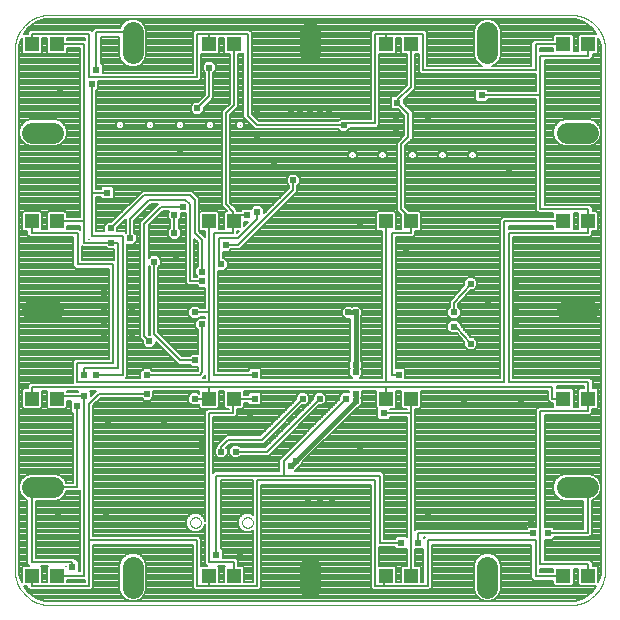
<source format=gtl>
G75*
G70*
%OFA0B0*%
%FSLAX24Y24*%
%IPPOS*%
%LPD*%
%AMOC8*
5,1,8,0,0,1.08239X$1,22.5*
%
%ADD10C,0.0001*%
%ADD11C,0.0000*%
%ADD12R,0.0472X0.0472*%
%ADD13C,0.0700*%
%ADD14C,0.0240*%
%ADD15C,0.0160*%
%ADD16C,0.0080*%
%ADD17R,0.0240X0.0240*%
D10*
X000504Y001685D02*
X000504Y019008D01*
X000506Y019074D01*
X000511Y019140D01*
X000521Y019206D01*
X000534Y019271D01*
X000550Y019335D01*
X000570Y019398D01*
X000594Y019460D01*
X000621Y019520D01*
X000651Y019579D01*
X000685Y019636D01*
X000722Y019691D01*
X000762Y019744D01*
X000804Y019795D01*
X000850Y019843D01*
X000898Y019889D01*
X000949Y019931D01*
X001002Y019971D01*
X001057Y020008D01*
X001114Y020042D01*
X001173Y020072D01*
X001233Y020099D01*
X001295Y020123D01*
X001358Y020143D01*
X001422Y020159D01*
X001487Y020172D01*
X001553Y020182D01*
X001619Y020187D01*
X001685Y020189D01*
X019008Y020189D01*
X019074Y020187D01*
X019140Y020182D01*
X019206Y020172D01*
X019271Y020159D01*
X019335Y020143D01*
X019398Y020123D01*
X019460Y020099D01*
X019520Y020072D01*
X019579Y020042D01*
X019636Y020008D01*
X019691Y019971D01*
X019744Y019931D01*
X019795Y019889D01*
X019843Y019843D01*
X019889Y019795D01*
X019931Y019744D01*
X019971Y019691D01*
X020008Y019636D01*
X020042Y019579D01*
X020072Y019520D01*
X020099Y019460D01*
X020123Y019398D01*
X020143Y019335D01*
X020159Y019271D01*
X020172Y019206D01*
X020182Y019140D01*
X020187Y019074D01*
X020189Y019008D01*
X020189Y001685D01*
X020187Y001619D01*
X020182Y001553D01*
X020172Y001487D01*
X020159Y001422D01*
X020143Y001358D01*
X020123Y001295D01*
X020099Y001233D01*
X020072Y001173D01*
X020042Y001114D01*
X020008Y001057D01*
X019971Y001002D01*
X019931Y000949D01*
X019889Y000898D01*
X019843Y000850D01*
X019795Y000804D01*
X019744Y000762D01*
X019691Y000722D01*
X019636Y000685D01*
X019579Y000651D01*
X019520Y000621D01*
X019460Y000594D01*
X019398Y000570D01*
X019335Y000550D01*
X019271Y000534D01*
X019206Y000521D01*
X019140Y000511D01*
X019074Y000506D01*
X019008Y000504D01*
X001685Y000504D01*
X001619Y000506D01*
X001553Y000511D01*
X001487Y000521D01*
X001422Y000534D01*
X001358Y000550D01*
X001295Y000570D01*
X001233Y000594D01*
X001173Y000621D01*
X001114Y000651D01*
X001057Y000685D01*
X001002Y000722D01*
X000949Y000762D01*
X000898Y000804D01*
X000850Y000850D01*
X000804Y000898D01*
X000762Y000949D01*
X000722Y001002D01*
X000685Y001057D01*
X000651Y001114D01*
X000621Y001173D01*
X000594Y001233D01*
X000570Y001295D01*
X000550Y001358D01*
X000534Y001422D01*
X000521Y001487D01*
X000511Y001553D01*
X000506Y001619D01*
X000504Y001685D01*
D11*
X006351Y003260D02*
X006353Y003286D01*
X006359Y003312D01*
X006369Y003337D01*
X006382Y003360D01*
X006398Y003380D01*
X006418Y003398D01*
X006440Y003413D01*
X006463Y003425D01*
X006489Y003433D01*
X006515Y003437D01*
X006541Y003437D01*
X006567Y003433D01*
X006593Y003425D01*
X006617Y003413D01*
X006638Y003398D01*
X006658Y003380D01*
X006674Y003360D01*
X006687Y003337D01*
X006697Y003312D01*
X006703Y003286D01*
X006705Y003260D01*
X006703Y003234D01*
X006697Y003208D01*
X006687Y003183D01*
X006674Y003160D01*
X006658Y003140D01*
X006638Y003122D01*
X006616Y003107D01*
X006593Y003095D01*
X006567Y003087D01*
X006541Y003083D01*
X006515Y003083D01*
X006489Y003087D01*
X006463Y003095D01*
X006439Y003107D01*
X006418Y003122D01*
X006398Y003140D01*
X006382Y003160D01*
X006369Y003183D01*
X006359Y003208D01*
X006353Y003234D01*
X006351Y003260D01*
X008083Y003260D02*
X008085Y003286D01*
X008091Y003312D01*
X008101Y003337D01*
X008114Y003360D01*
X008130Y003380D01*
X008150Y003398D01*
X008172Y003413D01*
X008195Y003425D01*
X008221Y003433D01*
X008247Y003437D01*
X008273Y003437D01*
X008299Y003433D01*
X008325Y003425D01*
X008349Y003413D01*
X008370Y003398D01*
X008390Y003380D01*
X008406Y003360D01*
X008419Y003337D01*
X008429Y003312D01*
X008435Y003286D01*
X008437Y003260D01*
X008435Y003234D01*
X008429Y003208D01*
X008419Y003183D01*
X008406Y003160D01*
X008390Y003140D01*
X008370Y003122D01*
X008348Y003107D01*
X008325Y003095D01*
X008299Y003087D01*
X008273Y003083D01*
X008247Y003083D01*
X008221Y003087D01*
X008195Y003095D01*
X008171Y003107D01*
X008150Y003122D01*
X008130Y003140D01*
X008114Y003160D01*
X008101Y003183D01*
X008091Y003208D01*
X008085Y003234D01*
X008083Y003260D01*
X011753Y015504D02*
X011753Y015505D01*
X011754Y015505D01*
X011755Y015505D01*
X011755Y015504D01*
X011755Y015503D01*
X011754Y015503D01*
X011753Y015503D01*
X011753Y015504D01*
X012753Y015504D02*
X012753Y015505D01*
X012754Y015505D01*
X012755Y015505D01*
X012755Y015504D01*
X012755Y015503D01*
X012754Y015503D01*
X012753Y015503D01*
X012753Y015504D01*
X013753Y015504D02*
X013753Y015505D01*
X013754Y015505D01*
X013755Y015505D01*
X013755Y015504D01*
X013755Y015503D01*
X013754Y015503D01*
X013753Y015503D01*
X013753Y015504D01*
X014753Y015504D02*
X014753Y015505D01*
X014754Y015505D01*
X014755Y015505D01*
X014755Y015504D01*
X014755Y015503D01*
X014754Y015503D01*
X014753Y015503D01*
X014753Y015504D01*
X015753Y015504D02*
X015753Y015505D01*
X015754Y015505D01*
X015755Y015505D01*
X015755Y015504D01*
X015755Y015503D01*
X015754Y015503D01*
X015753Y015503D01*
X015753Y015504D01*
X008003Y016504D02*
X008003Y016505D01*
X008004Y016505D01*
X008005Y016505D01*
X008005Y016504D01*
X008005Y016503D01*
X008004Y016503D01*
X008003Y016503D01*
X008003Y016504D01*
X007003Y016504D02*
X007003Y016505D01*
X007004Y016505D01*
X007005Y016505D01*
X007005Y016504D01*
X007005Y016503D01*
X007004Y016503D01*
X007003Y016503D01*
X007003Y016504D01*
X006003Y016504D02*
X006003Y016505D01*
X006004Y016505D01*
X006005Y016505D01*
X006005Y016504D01*
X006005Y016503D01*
X006004Y016503D01*
X006003Y016503D01*
X006003Y016504D01*
X005003Y016504D02*
X005003Y016505D01*
X005004Y016505D01*
X005005Y016505D01*
X005005Y016504D01*
X005005Y016503D01*
X005004Y016503D01*
X005003Y016503D01*
X005003Y016504D01*
X004003Y016504D02*
X004003Y016505D01*
X004004Y016505D01*
X004005Y016505D01*
X004005Y016504D01*
X004005Y016503D01*
X004004Y016503D01*
X004003Y016503D01*
X004003Y016504D01*
D12*
X001902Y019205D03*
X001075Y019205D03*
X006980Y019205D03*
X007807Y019205D03*
X012886Y019205D03*
X013713Y019205D03*
X018791Y019205D03*
X019618Y019205D03*
X019618Y013299D03*
X018791Y013299D03*
X013713Y013299D03*
X012886Y013299D03*
X007807Y013299D03*
X006980Y013299D03*
X001902Y013299D03*
X001075Y013299D03*
X001075Y007394D03*
X001902Y007394D03*
X006980Y007394D03*
X007807Y007394D03*
X012886Y007394D03*
X013713Y007394D03*
X018791Y007394D03*
X019618Y007394D03*
X019618Y001488D03*
X018791Y001488D03*
X013713Y001488D03*
X012886Y001488D03*
X007807Y001488D03*
X006980Y001488D03*
X001902Y001488D03*
X001075Y001488D03*
D13*
X001094Y004441D02*
X001794Y004441D01*
X004441Y001794D02*
X004441Y001094D01*
X010346Y001094D02*
X010346Y001794D01*
X016252Y001794D02*
X016252Y001094D01*
X018898Y004441D02*
X019598Y004441D01*
X019598Y010346D02*
X018898Y010346D01*
X018898Y016252D02*
X019598Y016252D01*
X016252Y018898D02*
X016252Y019598D01*
X010346Y019598D02*
X010346Y018898D01*
X004441Y018898D02*
X004441Y019598D01*
X001794Y016252D02*
X001094Y016252D01*
X001094Y010346D02*
X001794Y010346D01*
D14*
X003704Y012584D03*
X003704Y013064D03*
X004344Y012744D03*
X005144Y011944D03*
X005824Y012904D03*
X005824Y013504D03*
X006104Y013784D03*
X007544Y012504D03*
X007384Y011864D03*
X006744Y011624D03*
X006744Y011304D03*
X006504Y010264D03*
X006744Y009864D03*
X006504Y008664D03*
X006504Y007384D03*
X004904Y007544D03*
X004904Y008184D03*
X004984Y009304D03*
X007384Y005624D03*
X007864Y005624D03*
X009704Y005144D03*
X009864Y005304D03*
X010104Y007384D03*
X010664Y007384D03*
X011544Y007384D03*
X011864Y007304D03*
X011864Y007544D03*
X011864Y008264D03*
X011864Y008504D03*
X011864Y010264D03*
X011624Y010264D03*
X008584Y013624D03*
X009784Y014664D03*
X011464Y016504D03*
X006984Y018424D03*
X006584Y017064D03*
X015144Y010264D03*
X015144Y009784D03*
X015704Y009224D03*
X015704Y011224D03*
D15*
X011864Y010264D02*
X011864Y008504D01*
X011864Y008264D01*
X011864Y007544D02*
X011864Y007304D01*
X009704Y005144D01*
X011624Y010264D02*
X011864Y010264D01*
D16*
X000802Y001152D02*
X000949Y000949D01*
X001213Y000758D01*
X001522Y000657D01*
X001685Y000644D01*
X018950Y000644D01*
X018967Y000644D01*
X019008Y000644D01*
X019171Y000657D01*
X019480Y000758D01*
X019744Y000949D01*
X019891Y001152D01*
X019340Y001152D01*
X019282Y001211D01*
X019128Y001211D01*
X019128Y001724D01*
X019282Y001724D01*
X019282Y001211D01*
X019282Y001289D02*
X019128Y001289D01*
X019128Y001211D02*
X019069Y001152D01*
X018514Y001152D01*
X018455Y001211D01*
X016702Y001211D01*
X016702Y001289D02*
X018455Y001289D01*
X018455Y001324D02*
X018455Y001211D01*
X018455Y001324D02*
X017806Y001324D01*
X017724Y001406D01*
X017724Y001522D01*
X017724Y002524D01*
X014404Y002524D01*
X014404Y001086D01*
X014322Y001004D01*
X014206Y001004D01*
X012882Y001004D01*
X012766Y001004D01*
X012446Y001004D01*
X012364Y001086D01*
X012364Y001202D01*
X012364Y004524D01*
X008724Y004524D01*
X008724Y001202D01*
X008724Y001086D01*
X008642Y001004D01*
X006926Y001004D01*
X006526Y001004D01*
X006444Y001086D01*
X006444Y001202D01*
X006444Y002524D01*
X003124Y002524D01*
X003124Y001086D01*
X003042Y001004D01*
X002926Y001004D01*
X001006Y001004D01*
X000924Y001086D01*
X000924Y001152D01*
X000802Y001152D01*
X000816Y001132D02*
X000924Y001132D01*
X000956Y001054D02*
X000873Y001054D01*
X000930Y000975D02*
X004003Y000975D01*
X003991Y001005D02*
X004059Y000840D01*
X004186Y000713D01*
X004351Y000644D01*
X004530Y000644D01*
X004696Y000713D01*
X004822Y000840D01*
X004891Y001005D01*
X004891Y001884D01*
X004822Y002049D01*
X004696Y002176D01*
X004530Y002244D01*
X004351Y002244D01*
X004186Y002176D01*
X004059Y002049D01*
X003991Y001884D01*
X003991Y001005D01*
X003991Y001054D02*
X003092Y001054D01*
X003124Y001132D02*
X003991Y001132D01*
X003991Y001211D02*
X003124Y001211D01*
X003124Y001289D02*
X003991Y001289D01*
X003991Y001368D02*
X003124Y001368D01*
X003124Y001446D02*
X003991Y001446D01*
X003991Y001525D02*
X003124Y001525D01*
X003124Y001604D02*
X003991Y001604D01*
X003991Y001682D02*
X003124Y001682D01*
X003124Y001761D02*
X003991Y001761D01*
X003991Y001839D02*
X003124Y001839D01*
X003124Y001918D02*
X004005Y001918D01*
X004037Y001996D02*
X003124Y001996D01*
X003124Y002075D02*
X004085Y002075D01*
X004163Y002153D02*
X003124Y002153D01*
X003124Y002232D02*
X004321Y002232D01*
X004561Y002232D02*
X006444Y002232D01*
X006444Y002310D02*
X003124Y002310D01*
X003124Y002389D02*
X006444Y002389D01*
X006444Y002468D02*
X003124Y002468D01*
X002984Y002664D02*
X002984Y007224D01*
X003304Y007544D01*
X004904Y007544D01*
X004733Y007404D02*
X004813Y007324D01*
X004995Y007324D01*
X005124Y007453D01*
X005124Y007635D01*
X005115Y007644D01*
X006644Y007644D01*
X006644Y007555D01*
X006595Y007604D01*
X006413Y007604D01*
X006284Y007475D01*
X006284Y007293D01*
X006413Y007164D01*
X006595Y007164D01*
X006644Y007213D01*
X006644Y007116D01*
X006703Y007057D01*
X007258Y007057D01*
X007316Y007116D01*
X007316Y007644D01*
X007471Y007644D01*
X007471Y007116D01*
X007529Y007057D01*
X007644Y007057D01*
X007644Y007044D01*
X006926Y007044D01*
X006844Y006962D01*
X006844Y006846D01*
X006844Y003325D01*
X006796Y003439D01*
X006707Y003529D01*
X006591Y003577D01*
X006464Y003577D01*
X006348Y003529D01*
X006259Y003439D01*
X006210Y003323D01*
X006210Y003197D01*
X006259Y003080D01*
X006348Y002991D01*
X006464Y002943D01*
X006591Y002943D01*
X006707Y002991D01*
X006796Y003080D01*
X006844Y003195D01*
X006844Y001886D01*
X006906Y001824D01*
X006724Y001824D01*
X006724Y002722D01*
X006642Y002804D01*
X006526Y002804D01*
X003124Y002804D01*
X003124Y007166D01*
X003362Y007404D01*
X004733Y007404D01*
X004800Y007337D02*
X003295Y007337D01*
X003217Y007259D02*
X006318Y007259D01*
X006284Y007337D02*
X005008Y007337D01*
X005087Y007416D02*
X006284Y007416D01*
X006303Y007494D02*
X005124Y007494D01*
X005124Y007573D02*
X006382Y007573D01*
X006504Y007384D02*
X006971Y007384D01*
X006980Y007394D01*
X006980Y007784D01*
X001075Y007784D01*
X001075Y007394D01*
X001411Y007416D02*
X001565Y007416D01*
X001565Y007494D02*
X001411Y007494D01*
X001411Y007573D02*
X001565Y007573D01*
X001565Y007644D02*
X001565Y007116D01*
X001624Y007057D01*
X002179Y007057D01*
X002238Y007116D01*
X002238Y007324D01*
X002383Y007324D01*
X002364Y007305D01*
X002364Y006982D01*
X002422Y006924D01*
X002444Y006924D01*
X002444Y004581D01*
X002224Y004581D01*
X002176Y004696D01*
X002049Y004822D01*
X001884Y004891D01*
X001005Y004891D01*
X000840Y004822D01*
X000713Y004696D01*
X000644Y004530D01*
X000644Y004351D01*
X000713Y004186D01*
X000840Y004059D01*
X000924Y004025D01*
X000924Y002002D01*
X000924Y001886D01*
X000986Y001824D01*
X000797Y001824D01*
X000739Y001766D01*
X000739Y001272D01*
X000657Y001522D01*
X000644Y001685D01*
X000644Y001709D01*
X000644Y001743D01*
X000644Y019008D01*
X000657Y019171D01*
X000739Y019421D01*
X000739Y018927D01*
X000797Y018869D01*
X001352Y018869D01*
X001411Y018927D01*
X001411Y019404D01*
X001565Y019404D01*
X001565Y018927D01*
X001624Y018869D01*
X002179Y018869D01*
X002238Y018927D01*
X002238Y019065D01*
X002684Y019065D01*
X002684Y013444D01*
X002238Y013444D01*
X002238Y013577D01*
X002179Y013635D01*
X001624Y013635D01*
X001565Y013577D01*
X001565Y013044D01*
X001411Y013044D01*
X001411Y013577D01*
X001352Y013635D01*
X000797Y013635D01*
X000739Y013577D01*
X000739Y013022D01*
X000797Y012963D01*
X000924Y012963D01*
X000924Y012846D01*
X001006Y012764D01*
X001122Y012764D01*
X002455Y012764D01*
X002455Y011806D01*
X002537Y011724D01*
X002653Y011724D01*
X003644Y011724D01*
X003644Y008724D01*
X002526Y008724D01*
X002444Y008642D01*
X002444Y008526D01*
X002444Y007924D01*
X001017Y007924D01*
X000935Y007842D01*
X000935Y007730D01*
X000644Y007730D01*
X000644Y007808D02*
X000935Y007808D01*
X000935Y007730D02*
X000797Y007730D01*
X000739Y007671D01*
X000739Y007116D01*
X000797Y007057D01*
X001352Y007057D01*
X001411Y007116D01*
X001411Y007644D01*
X001565Y007644D01*
X001565Y007337D02*
X001411Y007337D01*
X001411Y007259D02*
X001565Y007259D01*
X001565Y007180D02*
X001411Y007180D01*
X001397Y007102D02*
X001580Y007102D01*
X001902Y007394D02*
X001902Y007464D01*
X002824Y007464D01*
X002824Y001488D01*
X001902Y001488D01*
X002238Y001348D02*
X002766Y001348D01*
X002844Y001348D01*
X002844Y001284D01*
X002238Y001284D01*
X002238Y001348D01*
X002238Y001289D02*
X002844Y001289D01*
X002984Y001144D02*
X002984Y002664D01*
X006584Y002664D01*
X006584Y001144D01*
X006984Y001144D01*
X006984Y001488D01*
X006980Y001488D01*
X006891Y001839D02*
X006724Y001839D01*
X006724Y001918D02*
X006844Y001918D01*
X006844Y001996D02*
X006724Y001996D01*
X006724Y002075D02*
X006844Y002075D01*
X006844Y002153D02*
X006724Y002153D01*
X006724Y002232D02*
X006844Y002232D01*
X006844Y002310D02*
X006724Y002310D01*
X006724Y002389D02*
X006844Y002389D01*
X006844Y002468D02*
X006724Y002468D01*
X006724Y002546D02*
X006844Y002546D01*
X006844Y002625D02*
X006724Y002625D01*
X006724Y002703D02*
X006844Y002703D01*
X006844Y002782D02*
X006664Y002782D01*
X006844Y002860D02*
X003124Y002860D01*
X003124Y002939D02*
X006844Y002939D01*
X006844Y003017D02*
X006734Y003017D01*
X006803Y003096D02*
X006844Y003096D01*
X006835Y003174D02*
X006844Y003174D01*
X006841Y003331D02*
X006844Y003331D01*
X006844Y003410D02*
X006809Y003410D01*
X006844Y003489D02*
X006747Y003489D01*
X006844Y003567D02*
X006614Y003567D01*
X006441Y003567D02*
X003124Y003567D01*
X003124Y003489D02*
X006308Y003489D01*
X006246Y003410D02*
X003124Y003410D01*
X003124Y003331D02*
X006214Y003331D01*
X006210Y003253D02*
X003124Y003253D01*
X003124Y003174D02*
X006220Y003174D01*
X006252Y003096D02*
X003124Y003096D01*
X003124Y003017D02*
X006321Y003017D01*
X006844Y003646D02*
X003124Y003646D01*
X003124Y003724D02*
X006844Y003724D01*
X006844Y003803D02*
X003124Y003803D01*
X003124Y003881D02*
X006844Y003881D01*
X006844Y003960D02*
X003124Y003960D01*
X003124Y004038D02*
X006844Y004038D01*
X006844Y004117D02*
X003124Y004117D01*
X003124Y004195D02*
X006844Y004195D01*
X006844Y004274D02*
X003124Y004274D01*
X003124Y004353D02*
X006844Y004353D01*
X006844Y004431D02*
X003124Y004431D01*
X003124Y004510D02*
X006844Y004510D01*
X006844Y004588D02*
X003124Y004588D01*
X003124Y004667D02*
X006844Y004667D01*
X006844Y004745D02*
X003124Y004745D01*
X003124Y004824D02*
X006844Y004824D01*
X006844Y004902D02*
X003124Y004902D01*
X003124Y004981D02*
X006844Y004981D01*
X006844Y005059D02*
X003124Y005059D01*
X003124Y005138D02*
X006844Y005138D01*
X006844Y005217D02*
X003124Y005217D01*
X003124Y005295D02*
X006844Y005295D01*
X006844Y005374D02*
X003124Y005374D01*
X003124Y005452D02*
X006844Y005452D01*
X006844Y005531D02*
X003124Y005531D01*
X003124Y005609D02*
X006844Y005609D01*
X006844Y005688D02*
X003124Y005688D01*
X003124Y005766D02*
X006844Y005766D01*
X006844Y005845D02*
X003124Y005845D01*
X003124Y005923D02*
X006844Y005923D01*
X006844Y006002D02*
X003124Y006002D01*
X003124Y006081D02*
X006844Y006081D01*
X006844Y006159D02*
X003124Y006159D01*
X003124Y006238D02*
X006844Y006238D01*
X006844Y006316D02*
X003124Y006316D01*
X003124Y006395D02*
X006844Y006395D01*
X006844Y006473D02*
X003124Y006473D01*
X003124Y006552D02*
X006844Y006552D01*
X006844Y006630D02*
X003124Y006630D01*
X003124Y006709D02*
X006844Y006709D01*
X006844Y006787D02*
X003124Y006787D01*
X003124Y006866D02*
X006844Y006866D01*
X006844Y006944D02*
X003124Y006944D01*
X003124Y007023D02*
X006905Y007023D01*
X006984Y006904D02*
X007784Y006904D01*
X007784Y007394D01*
X007807Y007394D01*
X007807Y007384D01*
X008504Y007384D01*
X008724Y007416D02*
X009884Y007416D01*
X009884Y007362D02*
X008686Y006164D01*
X007682Y006164D01*
X007566Y006164D01*
X007244Y005842D01*
X007244Y005795D01*
X007164Y005715D01*
X007164Y005533D01*
X007293Y005404D01*
X007475Y005404D01*
X007604Y005533D01*
X007604Y005715D01*
X007558Y005760D01*
X007682Y005884D01*
X008686Y005884D01*
X008802Y005884D01*
X010082Y007164D01*
X010195Y007164D01*
X010324Y007293D01*
X010324Y007475D01*
X010195Y007604D01*
X010013Y007604D01*
X009884Y007475D01*
X009884Y007362D01*
X009859Y007337D02*
X008724Y007337D01*
X008724Y007259D02*
X009781Y007259D01*
X009702Y007180D02*
X008682Y007180D01*
X008665Y007164D02*
X008724Y007222D01*
X008724Y007545D01*
X008665Y007604D01*
X008342Y007604D01*
X008284Y007545D01*
X008284Y007524D01*
X008143Y007524D01*
X008143Y007644D01*
X011653Y007644D01*
X011644Y007635D01*
X011644Y007595D01*
X011635Y007604D01*
X011453Y007604D01*
X011324Y007475D01*
X011324Y007362D01*
X009406Y005444D01*
X009324Y005362D01*
X009324Y004964D01*
X007166Y004964D01*
X007124Y004922D01*
X007124Y006764D01*
X007726Y006764D01*
X007842Y006764D01*
X007924Y006846D01*
X007924Y007057D01*
X008085Y007057D01*
X008143Y007116D01*
X008143Y007244D01*
X008284Y007244D01*
X008284Y007222D01*
X008342Y007164D01*
X008665Y007164D01*
X008326Y007180D02*
X008143Y007180D01*
X008129Y007102D02*
X009624Y007102D01*
X009545Y007023D02*
X007924Y007023D01*
X007924Y006944D02*
X009467Y006944D01*
X009388Y006866D02*
X007924Y006866D01*
X007865Y006787D02*
X009309Y006787D01*
X009231Y006709D02*
X007124Y006709D01*
X007124Y006630D02*
X009152Y006630D01*
X009074Y006552D02*
X007124Y006552D01*
X007124Y006473D02*
X008995Y006473D01*
X008917Y006395D02*
X007124Y006395D01*
X007124Y006316D02*
X008838Y006316D01*
X008760Y006238D02*
X007124Y006238D01*
X007124Y006159D02*
X007561Y006159D01*
X007483Y006081D02*
X007124Y006081D01*
X007124Y006002D02*
X007404Y006002D01*
X007325Y005923D02*
X007124Y005923D01*
X007124Y005845D02*
X007247Y005845D01*
X007215Y005766D02*
X007124Y005766D01*
X007124Y005688D02*
X007164Y005688D01*
X007164Y005609D02*
X007124Y005609D01*
X007124Y005531D02*
X007166Y005531D01*
X007124Y005452D02*
X007245Y005452D01*
X007124Y005374D02*
X009336Y005374D01*
X009324Y005295D02*
X007124Y005295D01*
X007124Y005217D02*
X009324Y005217D01*
X009324Y005138D02*
X007124Y005138D01*
X007124Y005059D02*
X009324Y005059D01*
X009324Y004981D02*
X007124Y004981D01*
X007224Y004824D02*
X009464Y004824D01*
X009464Y005304D01*
X011544Y007384D01*
X011324Y007416D02*
X010884Y007416D01*
X010884Y007475D02*
X010884Y007293D01*
X010755Y007164D01*
X010642Y007164D01*
X008962Y005484D01*
X008846Y005484D01*
X008035Y005484D01*
X007955Y005404D01*
X007773Y005404D01*
X007644Y005533D01*
X007644Y005715D01*
X007773Y005844D01*
X007955Y005844D01*
X008035Y005764D01*
X008846Y005764D01*
X010444Y007362D01*
X010444Y007475D01*
X010573Y007604D01*
X010755Y007604D01*
X010884Y007475D01*
X010865Y007494D02*
X011343Y007494D01*
X011422Y007573D02*
X010786Y007573D01*
X010664Y007384D02*
X008904Y005624D01*
X007864Y005624D01*
X008033Y005766D02*
X008848Y005766D01*
X008927Y005845D02*
X007643Y005845D01*
X007695Y005766D02*
X007564Y005766D01*
X007604Y005688D02*
X007644Y005688D01*
X007644Y005609D02*
X007604Y005609D01*
X007602Y005531D02*
X007646Y005531D01*
X007725Y005452D02*
X007523Y005452D01*
X007384Y005624D02*
X007384Y005784D01*
X007624Y006024D01*
X008744Y006024D01*
X010104Y007384D01*
X010324Y007416D02*
X010444Y007416D01*
X010463Y007494D02*
X010305Y007494D01*
X010226Y007573D02*
X010542Y007573D01*
X010419Y007337D02*
X010324Y007337D01*
X010341Y007259D02*
X010290Y007259D01*
X010262Y007180D02*
X010211Y007180D01*
X010184Y007102D02*
X010020Y007102D01*
X009941Y007023D02*
X010105Y007023D01*
X010026Y006944D02*
X009862Y006944D01*
X009784Y006866D02*
X009948Y006866D01*
X009869Y006787D02*
X009705Y006787D01*
X009627Y006709D02*
X009791Y006709D01*
X009712Y006630D02*
X009548Y006630D01*
X009470Y006552D02*
X009634Y006552D01*
X009555Y006473D02*
X009391Y006473D01*
X009313Y006395D02*
X009477Y006395D01*
X009398Y006316D02*
X009234Y006316D01*
X009156Y006238D02*
X009320Y006238D01*
X009241Y006159D02*
X009077Y006159D01*
X008998Y006081D02*
X009163Y006081D01*
X009084Y006002D02*
X008920Y006002D01*
X008841Y005923D02*
X009005Y005923D01*
X009166Y005688D02*
X009650Y005688D01*
X009728Y005766D02*
X009244Y005766D01*
X009323Y005845D02*
X009807Y005845D01*
X009885Y005923D02*
X009401Y005923D01*
X009480Y006002D02*
X009964Y006002D01*
X010043Y006081D02*
X009559Y006081D01*
X009637Y006159D02*
X010121Y006159D01*
X010200Y006238D02*
X009716Y006238D01*
X009794Y006316D02*
X010278Y006316D01*
X010357Y006395D02*
X009873Y006395D01*
X009951Y006473D02*
X010435Y006473D01*
X010514Y006552D02*
X010030Y006552D01*
X010108Y006630D02*
X010592Y006630D01*
X010671Y006709D02*
X010187Y006709D01*
X010265Y006787D02*
X010749Y006787D01*
X010828Y006866D02*
X010344Y006866D01*
X010422Y006944D02*
X010906Y006944D01*
X010985Y007023D02*
X010501Y007023D01*
X010580Y007102D02*
X011064Y007102D01*
X011142Y007180D02*
X010771Y007180D01*
X010850Y007259D02*
X011221Y007259D01*
X011299Y007337D02*
X010884Y007337D01*
X011523Y006709D02*
X012618Y006709D01*
X012642Y006684D02*
X012584Y006742D01*
X012584Y007065D01*
X012592Y007074D01*
X012550Y007116D01*
X012550Y007644D01*
X012075Y007644D01*
X012084Y007635D01*
X012084Y007453D01*
X012055Y007424D01*
X012084Y007395D01*
X012084Y007213D01*
X011955Y007084D01*
X011898Y007084D01*
X010084Y005269D01*
X010084Y005213D01*
X009955Y005084D01*
X009924Y005084D01*
X009924Y005053D01*
X009835Y004964D01*
X012606Y004964D01*
X012722Y004964D01*
X012804Y004882D01*
X012804Y002724D01*
X013164Y002724D01*
X013164Y002745D01*
X013222Y002804D01*
X013545Y002804D01*
X013573Y002777D01*
X013573Y006764D01*
X013024Y006764D01*
X013024Y006742D01*
X012965Y006684D01*
X012642Y006684D01*
X012584Y006787D02*
X011602Y006787D01*
X011680Y006866D02*
X012584Y006866D01*
X012584Y006944D02*
X011759Y006944D01*
X011838Y007023D02*
X012584Y007023D01*
X012564Y007102D02*
X011973Y007102D01*
X012051Y007180D02*
X012550Y007180D01*
X012550Y007259D02*
X012084Y007259D01*
X012084Y007337D02*
X012550Y007337D01*
X012550Y007416D02*
X012063Y007416D01*
X012084Y007494D02*
X012550Y007494D01*
X012550Y007573D02*
X012084Y007573D01*
X011995Y008084D02*
X012084Y008173D01*
X012084Y008355D01*
X012055Y008384D01*
X012084Y008413D01*
X012084Y008595D01*
X012044Y008635D01*
X012044Y010133D01*
X012084Y010173D01*
X012084Y010355D01*
X011955Y010484D01*
X011773Y010484D01*
X011744Y010455D01*
X011715Y010484D01*
X011533Y010484D01*
X011404Y010355D01*
X011404Y010173D01*
X011533Y010044D01*
X011684Y010044D01*
X011684Y008635D01*
X011644Y008595D01*
X011644Y008413D01*
X011673Y008384D01*
X011644Y008355D01*
X011644Y008173D01*
X011733Y008084D01*
X008724Y008084D01*
X008724Y008345D01*
X008665Y008404D01*
X008342Y008404D01*
X008284Y008345D01*
X008284Y008324D01*
X007284Y008324D01*
X007284Y011653D01*
X007293Y011644D01*
X007475Y011644D01*
X007604Y011773D01*
X007604Y011955D01*
X007475Y012084D01*
X007444Y012084D01*
X007444Y012293D01*
X007453Y012284D01*
X007635Y012284D01*
X007715Y012364D01*
X008002Y012364D01*
X012746Y012364D01*
X012746Y012443D02*
X008081Y012443D01*
X008084Y012446D02*
X009924Y014286D01*
X009924Y014402D01*
X009924Y014493D01*
X010004Y014573D01*
X010004Y014755D01*
X009875Y014884D01*
X009693Y014884D01*
X009564Y014755D01*
X009564Y014573D01*
X009644Y014493D01*
X009644Y014402D01*
X008804Y013562D01*
X008804Y013715D01*
X008675Y013844D01*
X008493Y013844D01*
X008373Y013724D01*
X008092Y013724D01*
X008034Y013665D01*
X008034Y013644D01*
X007954Y013644D01*
X007945Y013635D01*
X007924Y013635D01*
X007924Y013682D01*
X007842Y013764D01*
X007684Y013922D01*
X007684Y016846D01*
X007947Y017109D01*
X007947Y017225D01*
X007947Y018869D01*
X008085Y018869D01*
X008124Y018908D01*
X008124Y016766D01*
X008206Y016684D01*
X008526Y016364D01*
X008642Y016364D01*
X011293Y016364D01*
X011373Y016284D01*
X011555Y016284D01*
X011684Y016413D01*
X011684Y016424D01*
X012562Y016424D01*
X012644Y016506D01*
X012644Y016622D01*
X012644Y018869D01*
X013163Y018869D01*
X013222Y018927D01*
X013222Y019404D01*
X013376Y019404D01*
X013376Y018927D01*
X013435Y018869D01*
X013564Y018869D01*
X013564Y017842D01*
X013196Y017474D01*
X013092Y017474D01*
X013034Y017415D01*
X013034Y017092D01*
X013092Y017034D01*
X013276Y017034D01*
X013484Y016826D01*
X013484Y016162D01*
X013244Y015922D01*
X013244Y015806D01*
X013244Y013646D01*
X013326Y013564D01*
X013376Y013513D01*
X013376Y013044D01*
X013222Y013044D01*
X013222Y013577D01*
X013163Y013635D01*
X012608Y013635D01*
X012550Y013577D01*
X012550Y013022D01*
X012608Y012963D01*
X012746Y012963D01*
X012746Y008084D01*
X011995Y008084D01*
X012034Y008123D02*
X012746Y008123D01*
X012746Y008201D02*
X012084Y008201D01*
X012084Y008280D02*
X012746Y008280D01*
X012746Y008358D02*
X012081Y008358D01*
X012084Y008437D02*
X012746Y008437D01*
X012746Y008515D02*
X012084Y008515D01*
X012084Y008594D02*
X012746Y008594D01*
X012746Y008672D02*
X012044Y008672D01*
X012044Y008751D02*
X012746Y008751D01*
X012746Y008830D02*
X012044Y008830D01*
X012044Y008908D02*
X012746Y008908D01*
X012746Y008987D02*
X012044Y008987D01*
X012044Y009065D02*
X012746Y009065D01*
X012746Y009144D02*
X012044Y009144D01*
X012044Y009222D02*
X012746Y009222D01*
X012746Y009301D02*
X012044Y009301D01*
X012044Y009379D02*
X012746Y009379D01*
X012746Y009458D02*
X012044Y009458D01*
X012044Y009536D02*
X012746Y009536D01*
X012746Y009615D02*
X012044Y009615D01*
X012044Y009694D02*
X012746Y009694D01*
X012746Y009772D02*
X012044Y009772D01*
X012044Y009851D02*
X012746Y009851D01*
X012746Y009929D02*
X012044Y009929D01*
X012044Y010008D02*
X012746Y010008D01*
X012746Y010086D02*
X012044Y010086D01*
X012076Y010165D02*
X012746Y010165D01*
X012746Y010243D02*
X012084Y010243D01*
X012084Y010322D02*
X012746Y010322D01*
X012746Y010400D02*
X012039Y010400D01*
X011960Y010479D02*
X012746Y010479D01*
X012746Y010557D02*
X007284Y010557D01*
X007284Y010479D02*
X011528Y010479D01*
X011449Y010400D02*
X007284Y010400D01*
X007284Y010322D02*
X011404Y010322D01*
X011404Y010243D02*
X007284Y010243D01*
X007284Y010165D02*
X011412Y010165D01*
X011491Y010086D02*
X007284Y010086D01*
X007284Y010008D02*
X011684Y010008D01*
X011684Y009929D02*
X007284Y009929D01*
X007284Y009851D02*
X011684Y009851D01*
X011684Y009772D02*
X007284Y009772D01*
X007284Y009694D02*
X011684Y009694D01*
X011684Y009615D02*
X007284Y009615D01*
X007284Y009536D02*
X011684Y009536D01*
X011684Y009458D02*
X007284Y009458D01*
X007284Y009379D02*
X011684Y009379D01*
X011684Y009301D02*
X007284Y009301D01*
X007284Y009222D02*
X011684Y009222D01*
X011684Y009144D02*
X007284Y009144D01*
X007284Y009065D02*
X011684Y009065D01*
X011684Y008987D02*
X007284Y008987D01*
X007284Y008908D02*
X011684Y008908D01*
X011684Y008830D02*
X007284Y008830D01*
X007284Y008751D02*
X011684Y008751D01*
X011684Y008672D02*
X007284Y008672D01*
X007284Y008594D02*
X011644Y008594D01*
X011644Y008515D02*
X007284Y008515D01*
X007284Y008437D02*
X011644Y008437D01*
X011647Y008358D02*
X008711Y008358D01*
X008724Y008280D02*
X011644Y008280D01*
X011644Y008201D02*
X008724Y008201D01*
X008724Y008123D02*
X011694Y008123D01*
X012886Y007944D02*
X006980Y007944D01*
X002584Y007944D01*
X002584Y008584D01*
X003784Y008584D01*
X003784Y011864D01*
X002595Y011864D01*
X002595Y012904D01*
X001064Y012904D01*
X001064Y013299D01*
X001075Y013299D01*
X001411Y013306D02*
X001565Y013306D01*
X001565Y013228D02*
X001411Y013228D01*
X001411Y013149D02*
X001565Y013149D01*
X001565Y013071D02*
X001411Y013071D01*
X001411Y013385D02*
X001565Y013385D01*
X001565Y013464D02*
X001411Y013464D01*
X001411Y013542D02*
X001565Y013542D01*
X001609Y013621D02*
X001367Y013621D01*
X000782Y013621D02*
X000644Y013621D01*
X000644Y013699D02*
X002684Y013699D01*
X002684Y013621D02*
X002194Y013621D01*
X002238Y013542D02*
X002684Y013542D01*
X002684Y013464D02*
X002238Y013464D01*
X001902Y013304D02*
X001902Y013299D01*
X002824Y013299D01*
X002824Y012584D01*
X003704Y012584D01*
X003944Y012584D01*
X003944Y008424D01*
X002824Y008424D01*
X002824Y008184D01*
X002444Y008201D02*
X000644Y008201D01*
X000644Y008123D02*
X002444Y008123D01*
X002444Y008044D02*
X000644Y008044D01*
X000644Y007966D02*
X002444Y007966D01*
X002444Y008280D02*
X000644Y008280D01*
X000644Y008358D02*
X002444Y008358D01*
X002444Y008437D02*
X000644Y008437D01*
X000644Y008515D02*
X002444Y008515D01*
X002444Y008594D02*
X000644Y008594D01*
X000644Y008672D02*
X002474Y008672D01*
X003224Y008184D02*
X004104Y008184D01*
X004104Y012824D01*
X003064Y012824D01*
X003064Y014264D01*
X003074Y014254D01*
X003584Y014254D01*
X003804Y014249D02*
X004691Y014249D01*
X004766Y014324D02*
X003726Y013284D01*
X003613Y013284D01*
X003484Y013155D01*
X003484Y012973D01*
X003493Y012964D01*
X003204Y012964D01*
X003204Y014114D01*
X003364Y014114D01*
X003364Y014092D01*
X003204Y014092D01*
X003204Y014013D02*
X004455Y014013D01*
X004377Y013935D02*
X003204Y013935D01*
X003204Y013856D02*
X004298Y013856D01*
X004220Y013778D02*
X003204Y013778D01*
X003204Y013699D02*
X004141Y013699D01*
X004063Y013621D02*
X003204Y013621D01*
X003204Y013542D02*
X003984Y013542D01*
X003906Y013464D02*
X003204Y013464D01*
X003204Y013385D02*
X003827Y013385D01*
X003749Y013306D02*
X003204Y013306D01*
X003204Y013228D02*
X003557Y013228D01*
X003484Y013149D02*
X003204Y013149D01*
X003204Y013071D02*
X003484Y013071D01*
X003484Y012992D02*
X003204Y012992D01*
X002964Y012726D02*
X002966Y012724D01*
X002964Y012724D01*
X002964Y012726D01*
X002882Y012444D02*
X003533Y012444D01*
X003613Y012364D01*
X003795Y012364D01*
X003804Y012364D01*
X003804Y012373D02*
X003804Y012004D01*
X002735Y012004D01*
X002735Y012475D01*
X002766Y012444D01*
X002882Y012444D01*
X002735Y012443D02*
X003534Y012443D01*
X003613Y012364D02*
X002735Y012364D01*
X002735Y012285D02*
X003804Y012285D01*
X003804Y012207D02*
X002735Y012207D01*
X002735Y012128D02*
X003804Y012128D01*
X003804Y012050D02*
X002735Y012050D01*
X002455Y012050D02*
X000644Y012050D01*
X000644Y012128D02*
X002455Y012128D01*
X002455Y012207D02*
X000644Y012207D01*
X000644Y012285D02*
X002455Y012285D01*
X002455Y012364D02*
X000644Y012364D01*
X000644Y012443D02*
X002455Y012443D01*
X002455Y012521D02*
X000644Y012521D01*
X000644Y012600D02*
X002455Y012600D01*
X002455Y012678D02*
X000644Y012678D01*
X000644Y012757D02*
X002455Y012757D01*
X002684Y013013D02*
X002653Y013044D01*
X002537Y013044D01*
X002238Y013044D01*
X002238Y013159D01*
X002684Y013159D01*
X002684Y013013D01*
X002684Y013071D02*
X002238Y013071D01*
X002238Y013149D02*
X002684Y013149D01*
X002824Y013304D02*
X001902Y013304D01*
X002684Y013778D02*
X000644Y013778D01*
X000644Y013856D02*
X002684Y013856D01*
X002684Y013935D02*
X000644Y013935D01*
X000644Y014013D02*
X002684Y014013D01*
X002684Y014092D02*
X000644Y014092D01*
X000644Y014170D02*
X002684Y014170D01*
X002684Y014249D02*
X000644Y014249D01*
X000644Y014328D02*
X002684Y014328D01*
X002684Y014406D02*
X000644Y014406D01*
X000644Y014485D02*
X002684Y014485D01*
X002684Y014563D02*
X000644Y014563D01*
X000644Y014642D02*
X002684Y014642D01*
X002684Y014720D02*
X000644Y014720D01*
X000644Y014799D02*
X002684Y014799D01*
X002684Y014877D02*
X000644Y014877D01*
X000644Y014956D02*
X002684Y014956D01*
X002684Y015034D02*
X000644Y015034D01*
X000644Y015113D02*
X002684Y015113D01*
X002684Y015192D02*
X000644Y015192D01*
X000644Y015270D02*
X002684Y015270D01*
X002684Y015349D02*
X000644Y015349D01*
X000644Y015427D02*
X002684Y015427D01*
X002684Y015506D02*
X000644Y015506D01*
X000644Y015584D02*
X002684Y015584D01*
X002684Y015663D02*
X000644Y015663D01*
X000644Y015741D02*
X002684Y015741D01*
X002684Y015820D02*
X001927Y015820D01*
X001884Y015802D02*
X002049Y015870D01*
X002176Y015997D01*
X002244Y016162D01*
X002244Y016341D01*
X002176Y016507D01*
X002049Y016633D01*
X001884Y016702D01*
X001005Y016702D01*
X000840Y016633D01*
X000713Y016507D01*
X000644Y016341D01*
X000644Y016162D01*
X000713Y015997D01*
X000840Y015870D01*
X001005Y015802D01*
X001884Y015802D01*
X002077Y015898D02*
X002684Y015898D01*
X002684Y015977D02*
X002156Y015977D01*
X002200Y016056D02*
X002684Y016056D01*
X002684Y016134D02*
X002233Y016134D01*
X002244Y016213D02*
X002684Y016213D01*
X002684Y016291D02*
X002244Y016291D01*
X002233Y016370D02*
X002684Y016370D01*
X002684Y016448D02*
X002200Y016448D01*
X002156Y016527D02*
X002684Y016527D01*
X002684Y016605D02*
X002077Y016605D01*
X001928Y016684D02*
X002684Y016684D01*
X002684Y016762D02*
X000644Y016762D01*
X000644Y016684D02*
X000961Y016684D01*
X000811Y016605D02*
X000644Y016605D01*
X000644Y016527D02*
X000733Y016527D01*
X000689Y016448D02*
X000644Y016448D01*
X000644Y016370D02*
X000656Y016370D01*
X000644Y016291D02*
X000644Y016291D01*
X000644Y016213D02*
X000644Y016213D01*
X000644Y016134D02*
X000656Y016134D01*
X000644Y016056D02*
X000689Y016056D01*
X000644Y015977D02*
X000733Y015977D01*
X000812Y015898D02*
X000644Y015898D01*
X000644Y015820D02*
X000962Y015820D01*
X000644Y016841D02*
X002684Y016841D01*
X002684Y016919D02*
X000644Y016919D01*
X000644Y016998D02*
X002684Y016998D01*
X002684Y017077D02*
X000644Y017077D01*
X000644Y017155D02*
X002684Y017155D01*
X002684Y017234D02*
X000644Y017234D01*
X000644Y017312D02*
X002684Y017312D01*
X002684Y017391D02*
X000644Y017391D01*
X000644Y017469D02*
X002684Y017469D01*
X002684Y017548D02*
X000644Y017548D01*
X000644Y017626D02*
X002684Y017626D01*
X002684Y017705D02*
X000644Y017705D01*
X000644Y017783D02*
X002684Y017783D01*
X002684Y017862D02*
X000644Y017862D01*
X000644Y017941D02*
X002684Y017941D01*
X002684Y018019D02*
X000644Y018019D01*
X000644Y018098D02*
X002684Y018098D01*
X002684Y018176D02*
X000644Y018176D01*
X000644Y018255D02*
X002684Y018255D01*
X002684Y018333D02*
X000644Y018333D01*
X000644Y018412D02*
X002684Y018412D01*
X002684Y018490D02*
X000644Y018490D01*
X000644Y018569D02*
X002684Y018569D01*
X002684Y018647D02*
X000644Y018647D01*
X000644Y018726D02*
X002684Y018726D01*
X002684Y018805D02*
X000644Y018805D01*
X000644Y018883D02*
X000783Y018883D01*
X000739Y018962D02*
X000644Y018962D01*
X000647Y019040D02*
X000739Y019040D01*
X000739Y019119D02*
X000653Y019119D01*
X000666Y019197D02*
X000739Y019197D01*
X000739Y019276D02*
X000691Y019276D01*
X000717Y019354D02*
X000739Y019354D01*
X000802Y019541D02*
X000949Y019744D01*
X001213Y019935D01*
X001522Y020036D01*
X001685Y020049D01*
X019008Y020049D01*
X019171Y020036D01*
X019480Y019935D01*
X019744Y019744D01*
X019891Y019541D01*
X019340Y019541D01*
X019282Y019482D01*
X019282Y018964D01*
X019128Y018964D01*
X019128Y019482D01*
X019069Y019541D01*
X018514Y019541D01*
X018455Y019482D01*
X018455Y019345D01*
X017806Y019345D01*
X017724Y019263D01*
X017724Y019147D01*
X017724Y018484D01*
X016427Y018484D01*
X016507Y018517D01*
X016633Y018644D01*
X016702Y018809D01*
X016702Y019688D01*
X016633Y019853D01*
X016507Y019980D01*
X016341Y020048D01*
X016162Y020048D01*
X015997Y019980D01*
X015870Y019853D01*
X015802Y019688D01*
X015802Y018809D01*
X015870Y018644D01*
X015997Y018517D01*
X016077Y018484D01*
X014244Y018484D01*
X014244Y019486D01*
X014244Y019602D01*
X014162Y019684D01*
X012828Y019684D01*
X012446Y019684D01*
X012364Y019602D01*
X012364Y019486D01*
X012364Y016704D01*
X011582Y016704D01*
X011575Y016704D01*
X011555Y016724D01*
X011373Y016724D01*
X011293Y016644D01*
X008642Y016644D01*
X008404Y016882D01*
X008404Y019602D01*
X008322Y019684D01*
X008206Y019684D01*
X006922Y019684D01*
X006526Y019684D01*
X006444Y019602D01*
X006444Y019486D01*
X006444Y018244D01*
X003444Y018244D01*
X003444Y018505D01*
X003385Y018564D01*
X003364Y018564D01*
X003364Y019458D01*
X003991Y019458D01*
X003991Y018809D01*
X004059Y018644D01*
X004186Y018517D01*
X004351Y018448D01*
X004530Y018448D01*
X004696Y018517D01*
X004822Y018644D01*
X004891Y018809D01*
X004891Y019688D01*
X004822Y019853D01*
X004696Y019980D01*
X004530Y020048D01*
X004351Y020048D01*
X004186Y019980D01*
X004059Y019853D01*
X004012Y019738D01*
X003166Y019738D01*
X003084Y019656D01*
X003084Y019642D01*
X003042Y019684D01*
X002926Y019684D01*
X001017Y019684D01*
X000935Y019602D01*
X000935Y019541D01*
X000802Y019541D01*
X000837Y019590D02*
X000935Y019590D01*
X000895Y019669D02*
X001001Y019669D01*
X000954Y019747D02*
X004015Y019747D01*
X004048Y019826D02*
X001062Y019826D01*
X001170Y019904D02*
X004110Y019904D01*
X004193Y019983D02*
X001359Y019983D01*
X001075Y019544D02*
X002984Y019544D01*
X002984Y018104D01*
X006584Y018104D01*
X006584Y019544D01*
X006980Y019544D01*
X008264Y019544D01*
X008264Y016824D01*
X008584Y016504D01*
X011464Y016504D01*
X011524Y016564D01*
X012504Y016564D01*
X012504Y019544D01*
X012886Y019544D01*
X014104Y019544D01*
X014104Y018344D01*
X017864Y018344D01*
X017864Y019205D01*
X018791Y019205D01*
X018455Y019065D02*
X018455Y018964D01*
X018004Y018964D01*
X018004Y019065D01*
X018455Y019065D01*
X018455Y019040D02*
X018004Y019040D01*
X018024Y018824D02*
X019624Y018824D01*
X019624Y019205D01*
X019618Y019205D01*
X019282Y019197D02*
X019128Y019197D01*
X019128Y019119D02*
X019282Y019119D01*
X019282Y019040D02*
X019128Y019040D01*
X019128Y019276D02*
X019282Y019276D01*
X019282Y019354D02*
X019128Y019354D01*
X019128Y019433D02*
X019282Y019433D01*
X019311Y019511D02*
X019098Y019511D01*
X019334Y019983D02*
X016500Y019983D01*
X016583Y019904D02*
X019523Y019904D01*
X019631Y019826D02*
X016645Y019826D01*
X016677Y019747D02*
X019739Y019747D01*
X019798Y019669D02*
X016702Y019669D01*
X016702Y019590D02*
X019855Y019590D01*
X019954Y019421D02*
X020036Y019171D01*
X020049Y019008D01*
X020049Y018961D01*
X020049Y018950D01*
X020049Y001685D01*
X020036Y001522D01*
X019954Y001272D01*
X019954Y001766D01*
X019896Y001824D01*
X019764Y001824D01*
X019764Y001922D01*
X019682Y002004D01*
X018164Y002004D01*
X018164Y002684D01*
X018425Y002684D01*
X018484Y002742D01*
X018484Y002764D01*
X019656Y002764D01*
X019738Y002846D01*
X019738Y002962D01*
X019738Y004012D01*
X019853Y004059D01*
X019980Y004186D01*
X020048Y004351D01*
X020048Y004530D01*
X019980Y004696D01*
X019853Y004822D01*
X019688Y004891D01*
X018809Y004891D01*
X018644Y004822D01*
X018517Y004696D01*
X018448Y004530D01*
X018448Y004351D01*
X018517Y004186D01*
X018644Y004059D01*
X018809Y003991D01*
X019458Y003991D01*
X019458Y003044D01*
X018484Y003044D01*
X018484Y003065D01*
X018425Y003124D01*
X018164Y003124D01*
X018164Y006844D01*
X019560Y006844D01*
X019676Y006844D01*
X019758Y006926D01*
X019758Y007057D01*
X019896Y007057D01*
X019954Y007116D01*
X019954Y007671D01*
X019896Y007730D01*
X019764Y007730D01*
X020049Y007730D01*
X020049Y007808D02*
X019764Y007808D01*
X019764Y007730D02*
X019764Y007886D01*
X019764Y008002D01*
X019682Y008084D01*
X017124Y008084D01*
X017124Y012764D01*
X019560Y012764D01*
X019676Y012764D01*
X019758Y012846D01*
X019758Y012963D01*
X019896Y012963D01*
X019954Y013022D01*
X019954Y013577D01*
X019896Y013635D01*
X019764Y013635D01*
X019764Y013646D01*
X019764Y013762D01*
X019682Y013844D01*
X018164Y013844D01*
X018164Y017446D01*
X018164Y017562D01*
X018164Y018684D01*
X019566Y018684D01*
X019682Y018684D01*
X019764Y018766D01*
X019764Y018869D01*
X019896Y018869D01*
X019954Y018927D01*
X019954Y019421D01*
X019954Y019354D02*
X019976Y019354D01*
X019954Y019276D02*
X020002Y019276D01*
X020027Y019197D02*
X019954Y019197D01*
X019954Y019119D02*
X020040Y019119D01*
X020046Y019040D02*
X019954Y019040D01*
X019954Y018962D02*
X020049Y018962D01*
X020049Y018883D02*
X019910Y018883D01*
X020049Y018805D02*
X019764Y018805D01*
X019724Y018726D02*
X020049Y018726D01*
X020049Y018647D02*
X018164Y018647D01*
X018164Y018569D02*
X020049Y018569D01*
X020049Y018490D02*
X018164Y018490D01*
X018164Y018412D02*
X020049Y018412D01*
X020049Y018333D02*
X018164Y018333D01*
X018164Y018255D02*
X020049Y018255D01*
X020049Y018176D02*
X018164Y018176D01*
X018164Y018098D02*
X020049Y018098D01*
X020049Y018019D02*
X018164Y018019D01*
X018164Y017941D02*
X020049Y017941D01*
X020049Y017862D02*
X018164Y017862D01*
X018164Y017783D02*
X020049Y017783D01*
X020049Y017705D02*
X018164Y017705D01*
X018164Y017626D02*
X020049Y017626D01*
X020049Y017548D02*
X018164Y017548D01*
X018164Y017469D02*
X020049Y017469D01*
X020049Y017391D02*
X018164Y017391D01*
X018164Y017312D02*
X020049Y017312D01*
X020049Y017234D02*
X018164Y017234D01*
X018164Y017155D02*
X020049Y017155D01*
X020049Y017077D02*
X018164Y017077D01*
X018164Y016998D02*
X020049Y016998D01*
X020049Y016919D02*
X018164Y016919D01*
X018164Y016841D02*
X020049Y016841D01*
X020049Y016762D02*
X018164Y016762D01*
X018164Y016684D02*
X018765Y016684D01*
X018809Y016702D02*
X018644Y016633D01*
X018517Y016507D01*
X018448Y016341D01*
X018448Y016162D01*
X018517Y015997D01*
X018644Y015870D01*
X018809Y015802D01*
X019688Y015802D01*
X019853Y015870D01*
X019980Y015997D01*
X020048Y016162D01*
X020048Y016341D01*
X019980Y016507D01*
X019853Y016633D01*
X019688Y016702D01*
X018809Y016702D01*
X018615Y016605D02*
X018164Y016605D01*
X018164Y016527D02*
X018537Y016527D01*
X018493Y016448D02*
X018164Y016448D01*
X018164Y016370D02*
X018460Y016370D01*
X018448Y016291D02*
X018164Y016291D01*
X018164Y016213D02*
X018448Y016213D01*
X018460Y016134D02*
X018164Y016134D01*
X018164Y016056D02*
X018493Y016056D01*
X018537Y015977D02*
X018164Y015977D01*
X018164Y015898D02*
X018616Y015898D01*
X018766Y015820D02*
X018164Y015820D01*
X018164Y015741D02*
X020049Y015741D01*
X020049Y015663D02*
X018164Y015663D01*
X018164Y015584D02*
X020049Y015584D01*
X020049Y015506D02*
X018164Y015506D01*
X018164Y015427D02*
X020049Y015427D01*
X020049Y015349D02*
X018164Y015349D01*
X018164Y015270D02*
X020049Y015270D01*
X020049Y015192D02*
X018164Y015192D01*
X018164Y015113D02*
X020049Y015113D01*
X020049Y015034D02*
X018164Y015034D01*
X018164Y014956D02*
X020049Y014956D01*
X020049Y014877D02*
X018164Y014877D01*
X018164Y014799D02*
X020049Y014799D01*
X020049Y014720D02*
X018164Y014720D01*
X018164Y014642D02*
X020049Y014642D01*
X020049Y014563D02*
X018164Y014563D01*
X018164Y014485D02*
X020049Y014485D01*
X020049Y014406D02*
X018164Y014406D01*
X018164Y014328D02*
X020049Y014328D01*
X020049Y014249D02*
X018164Y014249D01*
X018164Y014170D02*
X020049Y014170D01*
X020049Y014092D02*
X018164Y014092D01*
X018164Y014013D02*
X020049Y014013D01*
X020049Y013935D02*
X018164Y013935D01*
X018164Y013856D02*
X020049Y013856D01*
X020049Y013778D02*
X019748Y013778D01*
X019764Y013699D02*
X020049Y013699D01*
X020049Y013621D02*
X019910Y013621D01*
X019954Y013542D02*
X020049Y013542D01*
X020049Y013464D02*
X019954Y013464D01*
X019954Y013385D02*
X020049Y013385D01*
X020049Y013306D02*
X019954Y013306D01*
X019954Y013228D02*
X020049Y013228D01*
X020049Y013149D02*
X019954Y013149D01*
X019954Y013071D02*
X020049Y013071D01*
X020049Y012992D02*
X019925Y012992D01*
X020049Y012914D02*
X019758Y012914D01*
X019747Y012835D02*
X020049Y012835D01*
X020049Y012757D02*
X017124Y012757D01*
X017124Y012678D02*
X020049Y012678D01*
X020049Y012600D02*
X017124Y012600D01*
X017124Y012521D02*
X020049Y012521D01*
X020049Y012443D02*
X017124Y012443D01*
X017124Y012364D02*
X020049Y012364D01*
X020049Y012285D02*
X017124Y012285D01*
X017124Y012207D02*
X020049Y012207D01*
X020049Y012128D02*
X017124Y012128D01*
X017124Y012050D02*
X020049Y012050D01*
X020049Y011971D02*
X017124Y011971D01*
X017124Y011893D02*
X020049Y011893D01*
X020049Y011814D02*
X017124Y011814D01*
X017124Y011736D02*
X020049Y011736D01*
X020049Y011657D02*
X017124Y011657D01*
X017124Y011579D02*
X020049Y011579D01*
X020049Y011500D02*
X017124Y011500D01*
X017124Y011421D02*
X020049Y011421D01*
X020049Y011343D02*
X017124Y011343D01*
X017124Y011264D02*
X020049Y011264D01*
X020049Y011186D02*
X017124Y011186D01*
X017124Y011107D02*
X020049Y011107D01*
X020049Y011029D02*
X017124Y011029D01*
X017124Y010950D02*
X020049Y010950D01*
X020049Y010872D02*
X017124Y010872D01*
X017124Y010793D02*
X020049Y010793D01*
X020049Y010715D02*
X017124Y010715D01*
X017124Y010636D02*
X020049Y010636D01*
X020049Y010557D02*
X017124Y010557D01*
X017124Y010479D02*
X020049Y010479D01*
X020049Y010400D02*
X017124Y010400D01*
X017124Y010322D02*
X020049Y010322D01*
X020049Y010243D02*
X017124Y010243D01*
X017124Y010165D02*
X020049Y010165D01*
X020049Y010086D02*
X017124Y010086D01*
X017124Y010008D02*
X020049Y010008D01*
X020049Y009929D02*
X017124Y009929D01*
X017124Y009851D02*
X020049Y009851D01*
X020049Y009772D02*
X017124Y009772D01*
X017124Y009694D02*
X020049Y009694D01*
X020049Y009615D02*
X017124Y009615D01*
X017124Y009536D02*
X020049Y009536D01*
X020049Y009458D02*
X017124Y009458D01*
X017124Y009379D02*
X020049Y009379D01*
X020049Y009301D02*
X017124Y009301D01*
X017124Y009222D02*
X020049Y009222D01*
X020049Y009144D02*
X017124Y009144D01*
X017124Y009065D02*
X020049Y009065D01*
X020049Y008987D02*
X017124Y008987D01*
X017124Y008908D02*
X020049Y008908D01*
X020049Y008830D02*
X017124Y008830D01*
X017124Y008751D02*
X020049Y008751D01*
X020049Y008672D02*
X017124Y008672D01*
X017124Y008594D02*
X020049Y008594D01*
X020049Y008515D02*
X017124Y008515D01*
X017124Y008437D02*
X020049Y008437D01*
X020049Y008358D02*
X017124Y008358D01*
X017124Y008280D02*
X020049Y008280D01*
X020049Y008201D02*
X017124Y008201D01*
X017124Y008123D02*
X020049Y008123D01*
X020049Y008044D02*
X019722Y008044D01*
X019764Y007966D02*
X020049Y007966D01*
X020049Y007887D02*
X019764Y007887D01*
X019624Y007944D02*
X016984Y007944D01*
X016984Y012904D01*
X019618Y012904D01*
X019618Y013299D01*
X019624Y013299D01*
X019624Y013704D01*
X018024Y013704D01*
X018024Y017504D01*
X016064Y017504D01*
X015844Y017469D02*
X013587Y017469D01*
X013509Y017391D02*
X015844Y017391D01*
X015844Y017342D02*
X015902Y017284D01*
X016225Y017284D01*
X016284Y017342D01*
X016284Y017364D01*
X017884Y017364D01*
X017884Y013646D01*
X017966Y013564D01*
X018082Y013564D01*
X018455Y013564D01*
X018455Y013439D01*
X016766Y013439D01*
X016684Y013357D01*
X016684Y013241D01*
X016684Y008084D01*
X013524Y008084D01*
X013524Y008345D01*
X013465Y008404D01*
X013204Y008404D01*
X013204Y012764D01*
X013646Y012764D01*
X013762Y012764D01*
X013844Y012846D01*
X013844Y012963D01*
X013990Y012963D01*
X014049Y013022D01*
X014049Y013577D01*
X013990Y013635D01*
X013650Y013635D01*
X013524Y013762D01*
X013524Y015806D01*
X013682Y015964D01*
X013764Y016046D01*
X013764Y016826D01*
X013764Y016942D01*
X013474Y017232D01*
X013474Y017356D01*
X013762Y017644D01*
X013844Y017726D01*
X013844Y018869D01*
X013964Y018869D01*
X013964Y018402D01*
X013964Y018286D01*
X014046Y018204D01*
X017806Y018204D01*
X017884Y018204D01*
X017884Y017644D01*
X016284Y017644D01*
X016284Y017665D01*
X016225Y017724D01*
X015902Y017724D01*
X015844Y017665D01*
X015844Y017342D01*
X015874Y017312D02*
X013474Y017312D01*
X013474Y017234D02*
X017884Y017234D01*
X017884Y017312D02*
X016254Y017312D01*
X016244Y017705D02*
X017884Y017705D01*
X017884Y017783D02*
X013844Y017783D01*
X013844Y017862D02*
X017884Y017862D01*
X017884Y017941D02*
X013844Y017941D01*
X013844Y018019D02*
X017884Y018019D01*
X017884Y018098D02*
X013844Y018098D01*
X013844Y018176D02*
X017884Y018176D01*
X017724Y018490D02*
X016443Y018490D01*
X016559Y018569D02*
X017724Y018569D01*
X017724Y018647D02*
X016635Y018647D01*
X016668Y018726D02*
X017724Y018726D01*
X017724Y018805D02*
X016700Y018805D01*
X016702Y018883D02*
X017724Y018883D01*
X017724Y018962D02*
X016702Y018962D01*
X016702Y019040D02*
X017724Y019040D01*
X017724Y019119D02*
X016702Y019119D01*
X016702Y019197D02*
X017724Y019197D01*
X017737Y019276D02*
X016702Y019276D01*
X016702Y019354D02*
X018455Y019354D01*
X018455Y019433D02*
X016702Y019433D01*
X016702Y019511D02*
X018484Y019511D01*
X018024Y018824D02*
X018024Y017504D01*
X017884Y017155D02*
X013551Y017155D01*
X013629Y017077D02*
X017884Y017077D01*
X017884Y016998D02*
X013708Y016998D01*
X013764Y016919D02*
X017884Y016919D01*
X017884Y016841D02*
X013764Y016841D01*
X013764Y016762D02*
X017884Y016762D01*
X017884Y016684D02*
X013764Y016684D01*
X013764Y016605D02*
X017884Y016605D01*
X017884Y016527D02*
X013764Y016527D01*
X013764Y016448D02*
X017884Y016448D01*
X017884Y016370D02*
X013764Y016370D01*
X013764Y016291D02*
X017884Y016291D01*
X017884Y016213D02*
X013764Y016213D01*
X013764Y016134D02*
X017884Y016134D01*
X017884Y016056D02*
X013764Y016056D01*
X013695Y015977D02*
X017884Y015977D01*
X017884Y015898D02*
X013616Y015898D01*
X013538Y015820D02*
X017884Y015820D01*
X017884Y015741D02*
X013524Y015741D01*
X013524Y015663D02*
X017884Y015663D01*
X017884Y015584D02*
X015874Y015584D01*
X015895Y015563D02*
X015813Y015645D01*
X015695Y015645D01*
X015612Y015563D01*
X015612Y015445D01*
X015695Y015362D01*
X015813Y015362D01*
X015895Y015445D01*
X015895Y015563D01*
X015895Y015506D02*
X017884Y015506D01*
X017884Y015427D02*
X015877Y015427D01*
X015631Y015427D02*
X014877Y015427D01*
X014895Y015445D02*
X014813Y015362D01*
X014695Y015362D01*
X014612Y015445D01*
X014612Y015563D01*
X014695Y015645D01*
X014813Y015645D01*
X014895Y015563D01*
X014895Y015445D01*
X014895Y015506D02*
X015612Y015506D01*
X015634Y015584D02*
X014874Y015584D01*
X014634Y015584D02*
X013874Y015584D01*
X013895Y015563D02*
X013813Y015645D01*
X013695Y015645D01*
X013612Y015563D01*
X013612Y015445D01*
X013695Y015362D01*
X013813Y015362D01*
X013895Y015445D01*
X013895Y015563D01*
X013895Y015506D02*
X014612Y015506D01*
X014631Y015427D02*
X013877Y015427D01*
X013631Y015427D02*
X013524Y015427D01*
X013524Y015349D02*
X017884Y015349D01*
X017884Y015270D02*
X013524Y015270D01*
X013524Y015192D02*
X017884Y015192D01*
X017884Y015113D02*
X013524Y015113D01*
X013524Y015034D02*
X017884Y015034D01*
X017884Y014956D02*
X013524Y014956D01*
X013524Y014877D02*
X017884Y014877D01*
X017884Y014799D02*
X013524Y014799D01*
X013524Y014720D02*
X017884Y014720D01*
X017884Y014642D02*
X013524Y014642D01*
X013524Y014563D02*
X017884Y014563D01*
X017884Y014485D02*
X013524Y014485D01*
X013524Y014406D02*
X017884Y014406D01*
X017884Y014328D02*
X013524Y014328D01*
X013524Y014249D02*
X017884Y014249D01*
X017884Y014170D02*
X013524Y014170D01*
X013524Y014092D02*
X017884Y014092D01*
X017884Y014013D02*
X013524Y014013D01*
X013524Y013935D02*
X017884Y013935D01*
X017884Y013856D02*
X013524Y013856D01*
X013524Y013778D02*
X017884Y013778D01*
X017884Y013699D02*
X013587Y013699D01*
X013384Y013704D02*
X013384Y015864D01*
X013624Y016104D01*
X013624Y016884D01*
X013254Y017254D01*
X013254Y017334D01*
X013704Y017784D01*
X013704Y019196D01*
X013713Y019205D01*
X013376Y019197D02*
X013222Y019197D01*
X013222Y019119D02*
X013376Y019119D01*
X013376Y019040D02*
X013222Y019040D01*
X013222Y018962D02*
X013376Y018962D01*
X013420Y018883D02*
X013178Y018883D01*
X012886Y019205D02*
X012886Y019544D01*
X013222Y019354D02*
X013376Y019354D01*
X013376Y019276D02*
X013222Y019276D01*
X013564Y018805D02*
X012644Y018805D01*
X012644Y018726D02*
X013564Y018726D01*
X013564Y018647D02*
X012644Y018647D01*
X012644Y018569D02*
X013564Y018569D01*
X013564Y018490D02*
X012644Y018490D01*
X012644Y018412D02*
X013564Y018412D01*
X013564Y018333D02*
X012644Y018333D01*
X012644Y018255D02*
X013564Y018255D01*
X013564Y018176D02*
X012644Y018176D01*
X012644Y018098D02*
X013564Y018098D01*
X013564Y018019D02*
X012644Y018019D01*
X012644Y017941D02*
X013564Y017941D01*
X013564Y017862D02*
X012644Y017862D01*
X012644Y017783D02*
X013505Y017783D01*
X013427Y017705D02*
X012644Y017705D01*
X012644Y017626D02*
X013348Y017626D01*
X013270Y017548D02*
X012644Y017548D01*
X012644Y017469D02*
X013088Y017469D01*
X013034Y017391D02*
X012644Y017391D01*
X012644Y017312D02*
X013034Y017312D01*
X013034Y017234D02*
X012644Y017234D01*
X012644Y017155D02*
X013034Y017155D01*
X013050Y017077D02*
X012644Y017077D01*
X012644Y016998D02*
X013312Y016998D01*
X013390Y016919D02*
X012644Y016919D01*
X012644Y016841D02*
X013469Y016841D01*
X013484Y016762D02*
X012644Y016762D01*
X012644Y016684D02*
X013484Y016684D01*
X013484Y016605D02*
X012644Y016605D01*
X012644Y016527D02*
X013484Y016527D01*
X013484Y016448D02*
X012586Y016448D01*
X012364Y016762D02*
X008523Y016762D01*
X008445Y016841D02*
X012364Y016841D01*
X012364Y016919D02*
X008404Y016919D01*
X008404Y016998D02*
X012364Y016998D01*
X012364Y017077D02*
X008404Y017077D01*
X008404Y017155D02*
X012364Y017155D01*
X012364Y017234D02*
X008404Y017234D01*
X008404Y017312D02*
X012364Y017312D01*
X012364Y017391D02*
X008404Y017391D01*
X008404Y017469D02*
X012364Y017469D01*
X012364Y017548D02*
X008404Y017548D01*
X008404Y017626D02*
X012364Y017626D01*
X012364Y017705D02*
X008404Y017705D01*
X008404Y017783D02*
X012364Y017783D01*
X012364Y017862D02*
X008404Y017862D01*
X008404Y017941D02*
X012364Y017941D01*
X012364Y018019D02*
X008404Y018019D01*
X008404Y018098D02*
X012364Y018098D01*
X012364Y018176D02*
X008404Y018176D01*
X008404Y018255D02*
X012364Y018255D01*
X012364Y018333D02*
X008404Y018333D01*
X008404Y018412D02*
X012364Y018412D01*
X012364Y018490D02*
X008404Y018490D01*
X008404Y018569D02*
X012364Y018569D01*
X012364Y018647D02*
X008404Y018647D01*
X008404Y018726D02*
X012364Y018726D01*
X012364Y018805D02*
X008404Y018805D01*
X008404Y018883D02*
X012364Y018883D01*
X012364Y018962D02*
X008404Y018962D01*
X008404Y019040D02*
X012364Y019040D01*
X012364Y019119D02*
X008404Y019119D01*
X008404Y019197D02*
X012364Y019197D01*
X012364Y019276D02*
X008404Y019276D01*
X008404Y019354D02*
X012364Y019354D01*
X012364Y019433D02*
X008404Y019433D01*
X008404Y019511D02*
X012364Y019511D01*
X012364Y019590D02*
X008404Y019590D01*
X008337Y019669D02*
X012431Y019669D01*
X013844Y018805D02*
X013964Y018805D01*
X013964Y018726D02*
X013844Y018726D01*
X013844Y018647D02*
X013964Y018647D01*
X013964Y018569D02*
X013844Y018569D01*
X013844Y018490D02*
X013964Y018490D01*
X013964Y018412D02*
X013844Y018412D01*
X013844Y018333D02*
X013964Y018333D01*
X013995Y018255D02*
X013844Y018255D01*
X014244Y018490D02*
X016061Y018490D01*
X015945Y018569D02*
X014244Y018569D01*
X014244Y018647D02*
X015869Y018647D01*
X015836Y018726D02*
X014244Y018726D01*
X014244Y018805D02*
X015804Y018805D01*
X015802Y018883D02*
X014244Y018883D01*
X014244Y018962D02*
X015802Y018962D01*
X015802Y019040D02*
X014244Y019040D01*
X014244Y019119D02*
X015802Y019119D01*
X015802Y019197D02*
X014244Y019197D01*
X014244Y019276D02*
X015802Y019276D01*
X015802Y019354D02*
X014244Y019354D01*
X014244Y019433D02*
X015802Y019433D01*
X015802Y019511D02*
X014244Y019511D01*
X014244Y019590D02*
X015802Y019590D01*
X015802Y019669D02*
X014177Y019669D01*
X015826Y019747D02*
X004866Y019747D01*
X004891Y019669D02*
X006511Y019669D01*
X006444Y019590D02*
X004891Y019590D01*
X004891Y019511D02*
X006444Y019511D01*
X006444Y019433D02*
X004891Y019433D01*
X004891Y019354D02*
X006444Y019354D01*
X006444Y019276D02*
X004891Y019276D01*
X004891Y019197D02*
X006444Y019197D01*
X006444Y019119D02*
X004891Y019119D01*
X004891Y019040D02*
X006444Y019040D01*
X006444Y018962D02*
X004891Y018962D01*
X004891Y018883D02*
X006444Y018883D01*
X006444Y018805D02*
X004889Y018805D01*
X004857Y018726D02*
X006444Y018726D01*
X006444Y018647D02*
X004824Y018647D01*
X004748Y018569D02*
X006444Y018569D01*
X006444Y018490D02*
X004632Y018490D01*
X004250Y018490D02*
X003444Y018490D01*
X003444Y018412D02*
X006444Y018412D01*
X006444Y018333D02*
X003444Y018333D01*
X003444Y018255D02*
X006444Y018255D01*
X006724Y018255D02*
X006842Y018255D01*
X006844Y018253D02*
X006844Y017522D01*
X006606Y017284D01*
X006493Y017284D01*
X006364Y017155D01*
X006364Y016973D01*
X006493Y016844D01*
X006675Y016844D01*
X006804Y016973D01*
X006804Y017086D01*
X007042Y017324D01*
X007124Y017406D01*
X007124Y018253D01*
X007204Y018333D01*
X007204Y018515D01*
X007075Y018644D01*
X006893Y018644D01*
X006764Y018515D01*
X006764Y018333D01*
X006844Y018253D01*
X006844Y018176D02*
X006724Y018176D01*
X006724Y018098D02*
X006844Y018098D01*
X006844Y018019D02*
X006697Y018019D01*
X006724Y018046D02*
X006724Y018869D01*
X007258Y018869D01*
X007316Y018927D01*
X007316Y019404D01*
X007471Y019404D01*
X007471Y018927D01*
X007529Y018869D01*
X007667Y018869D01*
X007667Y017225D01*
X007486Y017044D01*
X007404Y016962D01*
X007404Y013922D01*
X007404Y013806D01*
X007574Y013635D01*
X007529Y013635D01*
X007471Y013577D01*
X007471Y013044D01*
X007316Y013044D01*
X007316Y013577D01*
X007258Y013635D01*
X006703Y013635D01*
X006644Y013577D01*
X006644Y013022D01*
X006703Y012963D01*
X006840Y012963D01*
X006840Y012765D01*
X006644Y012962D01*
X006644Y013966D01*
X006644Y014082D01*
X006484Y014242D01*
X006402Y014324D01*
X004882Y014324D01*
X004766Y014324D01*
X004824Y014184D02*
X003704Y013064D01*
X003924Y013071D02*
X004204Y013071D01*
X004204Y013149D02*
X003987Y013149D01*
X003924Y013086D02*
X003924Y012973D01*
X003915Y012964D01*
X004162Y012964D01*
X004204Y012922D01*
X004204Y013366D01*
X003924Y013086D01*
X003924Y012992D02*
X004204Y012992D01*
X004204Y013228D02*
X004066Y013228D01*
X004144Y013306D02*
X004204Y013306D01*
X004344Y013384D02*
X004344Y012744D01*
X004511Y012600D02*
X004684Y012600D01*
X004684Y012678D02*
X004564Y012678D01*
X004564Y012653D02*
X004564Y012835D01*
X004484Y012915D01*
X004484Y013326D01*
X005042Y013884D01*
X005286Y013884D01*
X005244Y013842D01*
X004766Y013364D01*
X004684Y013282D01*
X004684Y009522D01*
X004684Y009406D01*
X004764Y009326D01*
X004764Y009213D01*
X004893Y009084D01*
X005075Y009084D01*
X005204Y009213D01*
X005204Y009286D01*
X005884Y008606D01*
X005966Y008524D01*
X006333Y008524D01*
X006413Y008444D01*
X006595Y008444D01*
X006604Y008453D01*
X006604Y008324D01*
X005075Y008324D01*
X004995Y008404D01*
X004813Y008404D01*
X004684Y008275D01*
X004684Y008093D01*
X004693Y008084D01*
X004202Y008084D01*
X004244Y008126D01*
X004244Y008242D01*
X004244Y012533D01*
X004253Y012524D01*
X004435Y012524D01*
X004564Y012653D01*
X004564Y012757D02*
X004684Y012757D01*
X004684Y012835D02*
X004564Y012835D01*
X004485Y012914D02*
X004684Y012914D01*
X004684Y012992D02*
X004484Y012992D01*
X004484Y013071D02*
X004684Y013071D01*
X004684Y013149D02*
X004484Y013149D01*
X004484Y013228D02*
X004684Y013228D01*
X004709Y013306D02*
X004484Y013306D01*
X004543Y013385D02*
X004787Y013385D01*
X004766Y013364D02*
X004766Y013364D01*
X004866Y013464D02*
X004622Y013464D01*
X004700Y013542D02*
X004944Y013542D01*
X005023Y013621D02*
X004779Y013621D01*
X004857Y013699D02*
X005101Y013699D01*
X005180Y013778D02*
X004936Y013778D01*
X005014Y013856D02*
X005258Y013856D01*
X005384Y013784D02*
X006104Y013784D01*
X006044Y013564D02*
X006195Y013564D01*
X006204Y013573D01*
X006204Y011246D01*
X006286Y011164D01*
X006402Y011164D01*
X006573Y011164D01*
X006653Y011084D01*
X006835Y011084D01*
X006840Y011089D01*
X006840Y010404D01*
X006675Y010404D01*
X006595Y010484D01*
X006413Y010484D01*
X006284Y010355D01*
X006284Y010173D01*
X006413Y010044D01*
X006595Y010044D01*
X006675Y010124D01*
X006840Y010124D01*
X006840Y010079D01*
X006835Y010084D01*
X006653Y010084D01*
X006524Y009955D01*
X006524Y009773D01*
X006604Y009693D01*
X006604Y008875D01*
X006595Y008884D01*
X006413Y008884D01*
X006333Y008804D01*
X006082Y008804D01*
X005284Y009602D01*
X005284Y011773D01*
X005364Y011853D01*
X005364Y012035D01*
X005235Y012164D01*
X005053Y012164D01*
X004964Y012075D01*
X004964Y013166D01*
X005442Y013644D01*
X005653Y013644D01*
X005604Y013595D01*
X005604Y013413D01*
X005684Y013333D01*
X005684Y013075D01*
X005604Y012995D01*
X005604Y012813D01*
X005733Y012684D01*
X005915Y012684D01*
X006044Y012813D01*
X006044Y012995D01*
X005964Y013075D01*
X005964Y013333D01*
X006044Y013413D01*
X006044Y013564D01*
X006044Y013542D02*
X006204Y013542D01*
X006204Y013464D02*
X006044Y013464D01*
X006016Y013385D02*
X006204Y013385D01*
X006204Y013306D02*
X005964Y013306D01*
X005964Y013228D02*
X006204Y013228D01*
X006204Y013149D02*
X005964Y013149D01*
X005968Y013071D02*
X006204Y013071D01*
X006204Y012992D02*
X006044Y012992D01*
X006044Y012914D02*
X006204Y012914D01*
X006204Y012835D02*
X006044Y012835D01*
X005988Y012757D02*
X006204Y012757D01*
X006204Y012678D02*
X004964Y012678D01*
X004964Y012600D02*
X006204Y012600D01*
X006204Y012521D02*
X004964Y012521D01*
X004964Y012443D02*
X006204Y012443D01*
X006204Y012364D02*
X004964Y012364D01*
X004964Y012285D02*
X006204Y012285D01*
X006204Y012207D02*
X004964Y012207D01*
X004964Y012128D02*
X005017Y012128D01*
X005144Y011944D02*
X005144Y009544D01*
X006024Y008664D01*
X006504Y008664D01*
X006341Y008515D02*
X004244Y008515D01*
X004244Y008437D02*
X006604Y008437D01*
X006604Y008358D02*
X005041Y008358D01*
X004904Y008184D02*
X006664Y008184D01*
X006744Y008264D01*
X006744Y009864D01*
X006524Y009851D02*
X005284Y009851D01*
X005284Y009929D02*
X006524Y009929D01*
X006577Y010008D02*
X005284Y010008D01*
X005284Y010086D02*
X006371Y010086D01*
X006292Y010165D02*
X005284Y010165D01*
X005284Y010243D02*
X006284Y010243D01*
X006284Y010322D02*
X005284Y010322D01*
X005284Y010400D02*
X006329Y010400D01*
X006408Y010479D02*
X005284Y010479D01*
X005284Y010557D02*
X006840Y010557D01*
X006840Y010479D02*
X006600Y010479D01*
X006504Y010264D02*
X006984Y010264D01*
X006984Y013296D01*
X006980Y013299D01*
X006980Y007944D01*
X006980Y007784D02*
X012886Y007784D01*
X018424Y007784D01*
X018424Y007394D01*
X018791Y007394D01*
X018455Y007254D02*
X018455Y007124D01*
X017966Y007124D01*
X017884Y007042D01*
X017884Y006926D01*
X017884Y003124D01*
X017622Y003124D01*
X017564Y003065D01*
X017564Y003044D01*
X014002Y003044D01*
X013886Y003044D01*
X013853Y003011D01*
X013853Y006846D01*
X013853Y006962D01*
X013853Y007057D01*
X013990Y007057D01*
X014049Y007116D01*
X014049Y007644D01*
X018284Y007644D01*
X018284Y007452D01*
X018284Y007336D01*
X018366Y007254D01*
X018455Y007254D01*
X018455Y007180D02*
X014049Y007180D01*
X014049Y007259D02*
X018361Y007259D01*
X018284Y007337D02*
X014049Y007337D01*
X014049Y007416D02*
X018284Y007416D01*
X018284Y007494D02*
X014049Y007494D01*
X014049Y007573D02*
X018284Y007573D01*
X018564Y007730D02*
X018564Y007804D01*
X019484Y007804D01*
X019484Y007730D01*
X018564Y007730D01*
X019069Y007730D01*
X019128Y007671D01*
X019128Y007124D01*
X019282Y007124D01*
X019282Y007671D01*
X019340Y007730D01*
X019484Y007730D01*
X019282Y007651D02*
X019128Y007651D01*
X019128Y007573D02*
X019282Y007573D01*
X019282Y007494D02*
X019128Y007494D01*
X019128Y007416D02*
X019282Y007416D01*
X019282Y007337D02*
X019128Y007337D01*
X019128Y007259D02*
X019282Y007259D01*
X019282Y007180D02*
X019128Y007180D01*
X019618Y006984D02*
X019618Y007394D01*
X019624Y007394D01*
X019624Y007944D01*
X019954Y007651D02*
X020049Y007651D01*
X020049Y007573D02*
X019954Y007573D01*
X019954Y007494D02*
X020049Y007494D01*
X020049Y007416D02*
X019954Y007416D01*
X019954Y007337D02*
X020049Y007337D01*
X020049Y007259D02*
X019954Y007259D01*
X019954Y007180D02*
X020049Y007180D01*
X020049Y007102D02*
X019940Y007102D01*
X020049Y007023D02*
X019758Y007023D01*
X019758Y006944D02*
X020049Y006944D01*
X020049Y006866D02*
X019698Y006866D01*
X019618Y006984D02*
X018024Y006984D01*
X018024Y001864D01*
X019624Y001864D01*
X019624Y001488D01*
X019618Y001488D01*
X019282Y001525D02*
X019128Y001525D01*
X019128Y001604D02*
X019282Y001604D01*
X019282Y001682D02*
X019128Y001682D01*
X019128Y001446D02*
X019282Y001446D01*
X019282Y001368D02*
X019128Y001368D01*
X018791Y001464D02*
X018791Y001488D01*
X018791Y001464D02*
X017864Y001464D01*
X017864Y002664D01*
X014264Y002664D01*
X014264Y001144D01*
X012824Y001144D01*
X012824Y001488D01*
X012886Y001488D01*
X013222Y001525D02*
X013376Y001525D01*
X013376Y001604D02*
X013222Y001604D01*
X013222Y001682D02*
X013376Y001682D01*
X013376Y001761D02*
X013222Y001761D01*
X013222Y001766D02*
X013163Y001824D01*
X012644Y001824D01*
X012644Y002444D01*
X013164Y002444D01*
X013164Y002422D01*
X013222Y002364D01*
X013545Y002364D01*
X013573Y002391D01*
X013573Y001824D01*
X013435Y001824D01*
X013376Y001766D01*
X013376Y001284D01*
X013222Y001284D01*
X013222Y001766D01*
X013222Y001446D02*
X013376Y001446D01*
X013376Y001368D02*
X013222Y001368D01*
X013222Y001289D02*
X013376Y001289D01*
X013713Y001488D02*
X013713Y006904D01*
X012804Y006904D01*
X013024Y007044D02*
X013024Y007057D01*
X013163Y007057D01*
X013222Y007116D01*
X013222Y007644D01*
X013376Y007644D01*
X013376Y007116D01*
X013435Y007057D01*
X013573Y007057D01*
X013573Y007044D01*
X013024Y007044D01*
X013208Y007102D02*
X013391Y007102D01*
X013376Y007180D02*
X013222Y007180D01*
X013222Y007259D02*
X013376Y007259D01*
X013376Y007337D02*
X013222Y007337D01*
X013222Y007416D02*
X013376Y007416D01*
X013376Y007494D02*
X013222Y007494D01*
X013222Y007573D02*
X013376Y007573D01*
X013713Y007464D02*
X013713Y007394D01*
X013713Y006904D01*
X013853Y006866D02*
X017884Y006866D01*
X017884Y006944D02*
X013853Y006944D01*
X013853Y007023D02*
X017884Y007023D01*
X017944Y007102D02*
X014034Y007102D01*
X013853Y006787D02*
X017884Y006787D01*
X017884Y006709D02*
X013853Y006709D01*
X013853Y006630D02*
X017884Y006630D01*
X017884Y006552D02*
X013853Y006552D01*
X013853Y006473D02*
X017884Y006473D01*
X017884Y006395D02*
X013853Y006395D01*
X013853Y006316D02*
X017884Y006316D01*
X017884Y006238D02*
X013853Y006238D01*
X013853Y006159D02*
X017884Y006159D01*
X017884Y006081D02*
X013853Y006081D01*
X013853Y006002D02*
X017884Y006002D01*
X017884Y005923D02*
X013853Y005923D01*
X013853Y005845D02*
X017884Y005845D01*
X017884Y005766D02*
X013853Y005766D01*
X013853Y005688D02*
X017884Y005688D01*
X017884Y005609D02*
X013853Y005609D01*
X013853Y005531D02*
X017884Y005531D01*
X017884Y005452D02*
X013853Y005452D01*
X013853Y005374D02*
X017884Y005374D01*
X017884Y005295D02*
X013853Y005295D01*
X013853Y005217D02*
X017884Y005217D01*
X017884Y005138D02*
X013853Y005138D01*
X013853Y005059D02*
X017884Y005059D01*
X017884Y004981D02*
X013853Y004981D01*
X013853Y004902D02*
X017884Y004902D01*
X017884Y004824D02*
X013853Y004824D01*
X013853Y004745D02*
X017884Y004745D01*
X017884Y004667D02*
X013853Y004667D01*
X013853Y004588D02*
X017884Y004588D01*
X017884Y004510D02*
X013853Y004510D01*
X013853Y004431D02*
X017884Y004431D01*
X017884Y004353D02*
X013853Y004353D01*
X013853Y004274D02*
X017884Y004274D01*
X017884Y004195D02*
X013853Y004195D01*
X013853Y004117D02*
X017884Y004117D01*
X017884Y004038D02*
X013853Y004038D01*
X013853Y003960D02*
X017884Y003960D01*
X017884Y003881D02*
X013853Y003881D01*
X013853Y003803D02*
X017884Y003803D01*
X017884Y003724D02*
X013853Y003724D01*
X013853Y003646D02*
X017884Y003646D01*
X017884Y003567D02*
X013853Y003567D01*
X013853Y003489D02*
X017884Y003489D01*
X017884Y003410D02*
X013853Y003410D01*
X013853Y003331D02*
X017884Y003331D01*
X017884Y003253D02*
X013853Y003253D01*
X013853Y003174D02*
X017884Y003174D01*
X018164Y003174D02*
X019458Y003174D01*
X019458Y003096D02*
X018453Y003096D01*
X018264Y002904D02*
X019598Y002904D01*
X019598Y004441D01*
X019911Y004117D02*
X020049Y004117D01*
X020049Y004195D02*
X019984Y004195D01*
X020016Y004274D02*
X020049Y004274D01*
X020048Y004353D02*
X020049Y004353D01*
X020048Y004431D02*
X020049Y004431D01*
X020048Y004510D02*
X020049Y004510D01*
X020049Y004588D02*
X020024Y004588D01*
X020049Y004667D02*
X019992Y004667D01*
X020049Y004745D02*
X019930Y004745D01*
X019850Y004824D02*
X020049Y004824D01*
X020049Y004902D02*
X018164Y004902D01*
X018164Y004824D02*
X018647Y004824D01*
X018566Y004745D02*
X018164Y004745D01*
X018164Y004667D02*
X018505Y004667D01*
X018472Y004588D02*
X018164Y004588D01*
X018164Y004510D02*
X018448Y004510D01*
X018448Y004431D02*
X018164Y004431D01*
X018164Y004353D02*
X018448Y004353D01*
X018480Y004274D02*
X018164Y004274D01*
X018164Y004195D02*
X018513Y004195D01*
X018586Y004117D02*
X018164Y004117D01*
X018164Y004038D02*
X018694Y004038D01*
X018164Y003960D02*
X019458Y003960D01*
X019458Y003881D02*
X018164Y003881D01*
X018164Y003803D02*
X019458Y003803D01*
X019458Y003724D02*
X018164Y003724D01*
X018164Y003646D02*
X019458Y003646D01*
X019458Y003567D02*
X018164Y003567D01*
X018164Y003489D02*
X019458Y003489D01*
X019458Y003410D02*
X018164Y003410D01*
X018164Y003331D02*
X019458Y003331D01*
X019458Y003253D02*
X018164Y003253D01*
X017784Y002904D02*
X013944Y002904D01*
X013944Y002584D01*
X013853Y002364D02*
X014105Y002364D01*
X014124Y002383D01*
X014124Y001284D01*
X014049Y001284D01*
X014049Y001766D01*
X013990Y001824D01*
X013853Y001824D01*
X013853Y002364D01*
X013853Y002310D02*
X014124Y002310D01*
X014124Y002232D02*
X013853Y002232D01*
X013853Y002153D02*
X014124Y002153D01*
X014124Y002075D02*
X013853Y002075D01*
X013853Y001996D02*
X014124Y001996D01*
X014124Y001918D02*
X013853Y001918D01*
X013853Y001839D02*
X014124Y001839D01*
X014124Y001761D02*
X014049Y001761D01*
X014049Y001682D02*
X014124Y001682D01*
X014124Y001604D02*
X014049Y001604D01*
X014049Y001525D02*
X014124Y001525D01*
X014124Y001446D02*
X014049Y001446D01*
X014049Y001368D02*
X014124Y001368D01*
X014124Y001289D02*
X014049Y001289D01*
X014404Y001289D02*
X015802Y001289D01*
X015802Y001211D02*
X014404Y001211D01*
X014404Y001132D02*
X015802Y001132D01*
X015802Y001054D02*
X014372Y001054D01*
X014404Y001368D02*
X015802Y001368D01*
X015802Y001446D02*
X014404Y001446D01*
X014404Y001525D02*
X015802Y001525D01*
X015802Y001604D02*
X014404Y001604D01*
X014404Y001682D02*
X015802Y001682D01*
X015802Y001761D02*
X014404Y001761D01*
X014404Y001839D02*
X015802Y001839D01*
X015802Y001884D02*
X015870Y002049D01*
X015997Y002176D01*
X016162Y002244D01*
X016341Y002244D01*
X016507Y002176D01*
X016633Y002049D01*
X016702Y001884D01*
X016702Y001005D01*
X016633Y000840D01*
X016507Y000713D01*
X016341Y000644D01*
X016162Y000644D01*
X015997Y000713D01*
X015870Y000840D01*
X015802Y001005D01*
X015802Y001884D01*
X015816Y001918D02*
X014404Y001918D01*
X014404Y001996D02*
X015849Y001996D01*
X015896Y002075D02*
X014404Y002075D01*
X014404Y002153D02*
X015974Y002153D01*
X016132Y002232D02*
X014404Y002232D01*
X014404Y002310D02*
X017724Y002310D01*
X017724Y002232D02*
X016372Y002232D01*
X016529Y002153D02*
X017724Y002153D01*
X017724Y002075D02*
X016608Y002075D01*
X016655Y001996D02*
X017724Y001996D01*
X017724Y001918D02*
X016688Y001918D01*
X016702Y001839D02*
X017724Y001839D01*
X017724Y001761D02*
X016702Y001761D01*
X016702Y001682D02*
X017724Y001682D01*
X017724Y001604D02*
X016702Y001604D01*
X016702Y001525D02*
X017724Y001525D01*
X017724Y001446D02*
X016702Y001446D01*
X016702Y001368D02*
X017762Y001368D01*
X018004Y001604D02*
X018004Y001724D01*
X018082Y001724D01*
X018455Y001724D01*
X018455Y001604D01*
X018004Y001604D01*
X018004Y001682D02*
X018455Y001682D01*
X018164Y002075D02*
X020049Y002075D01*
X020049Y002153D02*
X018164Y002153D01*
X018164Y002232D02*
X020049Y002232D01*
X020049Y002310D02*
X018164Y002310D01*
X018164Y002389D02*
X020049Y002389D01*
X020049Y002468D02*
X018164Y002468D01*
X018164Y002546D02*
X020049Y002546D01*
X020049Y002625D02*
X018164Y002625D01*
X018445Y002703D02*
X020049Y002703D01*
X020049Y002782D02*
X019674Y002782D01*
X019738Y002860D02*
X020049Y002860D01*
X020049Y002939D02*
X019738Y002939D01*
X019738Y003017D02*
X020049Y003017D01*
X020049Y003096D02*
X019738Y003096D01*
X019738Y003174D02*
X020049Y003174D01*
X020049Y003253D02*
X019738Y003253D01*
X019738Y003331D02*
X020049Y003331D01*
X020049Y003410D02*
X019738Y003410D01*
X019738Y003489D02*
X020049Y003489D01*
X020049Y003567D02*
X019738Y003567D01*
X019738Y003646D02*
X020049Y003646D01*
X020049Y003724D02*
X019738Y003724D01*
X019738Y003803D02*
X020049Y003803D01*
X020049Y003881D02*
X019738Y003881D01*
X019738Y003960D02*
X020049Y003960D01*
X020049Y004038D02*
X019802Y004038D01*
X020049Y004981D02*
X018164Y004981D01*
X018164Y005059D02*
X020049Y005059D01*
X020049Y005138D02*
X018164Y005138D01*
X018164Y005217D02*
X020049Y005217D01*
X020049Y005295D02*
X018164Y005295D01*
X018164Y005374D02*
X020049Y005374D01*
X020049Y005452D02*
X018164Y005452D01*
X018164Y005531D02*
X020049Y005531D01*
X020049Y005609D02*
X018164Y005609D01*
X018164Y005688D02*
X020049Y005688D01*
X020049Y005766D02*
X018164Y005766D01*
X018164Y005845D02*
X020049Y005845D01*
X020049Y005923D02*
X018164Y005923D01*
X018164Y006002D02*
X020049Y006002D01*
X020049Y006081D02*
X018164Y006081D01*
X018164Y006159D02*
X020049Y006159D01*
X020049Y006238D02*
X018164Y006238D01*
X018164Y006316D02*
X020049Y006316D01*
X020049Y006395D02*
X018164Y006395D01*
X018164Y006473D02*
X020049Y006473D01*
X020049Y006552D02*
X018164Y006552D01*
X018164Y006630D02*
X020049Y006630D01*
X020049Y006709D02*
X018164Y006709D01*
X018164Y006787D02*
X020049Y006787D01*
X016824Y007944D02*
X012886Y007944D01*
X012886Y013299D01*
X013222Y013306D02*
X013376Y013306D01*
X013376Y013228D02*
X013222Y013228D01*
X013222Y013149D02*
X013376Y013149D01*
X013376Y013071D02*
X013222Y013071D01*
X013064Y012904D02*
X013704Y012904D01*
X013704Y013299D01*
X013713Y013299D01*
X013713Y013375D01*
X013384Y013704D01*
X013244Y013699D02*
X009337Y013699D01*
X009259Y013621D02*
X012593Y013621D01*
X012550Y013542D02*
X009180Y013542D01*
X009102Y013464D02*
X012550Y013464D01*
X012550Y013385D02*
X009023Y013385D01*
X008944Y013306D02*
X012550Y013306D01*
X012550Y013228D02*
X008866Y013228D01*
X008787Y013149D02*
X012550Y013149D01*
X012550Y013071D02*
X008709Y013071D01*
X008630Y012992D02*
X012579Y012992D01*
X012746Y012914D02*
X008552Y012914D01*
X008473Y012835D02*
X012746Y012835D01*
X012746Y012757D02*
X008395Y012757D01*
X008316Y012678D02*
X012746Y012678D01*
X012746Y012600D02*
X008238Y012600D01*
X008159Y012521D02*
X012746Y012521D01*
X012746Y012285D02*
X007636Y012285D01*
X007451Y012285D02*
X007444Y012285D01*
X007444Y012207D02*
X012746Y012207D01*
X012746Y012128D02*
X007444Y012128D01*
X007509Y012050D02*
X012746Y012050D01*
X012746Y011971D02*
X007588Y011971D01*
X007604Y011893D02*
X012746Y011893D01*
X012746Y011814D02*
X007604Y011814D01*
X007567Y011736D02*
X012746Y011736D01*
X012746Y011657D02*
X007488Y011657D01*
X007284Y011579D02*
X012746Y011579D01*
X012746Y011500D02*
X007284Y011500D01*
X007284Y011421D02*
X012746Y011421D01*
X012746Y011343D02*
X007284Y011343D01*
X007284Y011264D02*
X012746Y011264D01*
X012746Y011186D02*
X007284Y011186D01*
X007284Y011107D02*
X012746Y011107D01*
X012746Y011029D02*
X007284Y011029D01*
X007284Y010950D02*
X012746Y010950D01*
X012746Y010872D02*
X007284Y010872D01*
X007284Y010793D02*
X012746Y010793D01*
X012746Y010715D02*
X007284Y010715D01*
X007284Y010636D02*
X012746Y010636D01*
X013204Y010636D02*
X015004Y010636D01*
X015000Y010632D01*
X015004Y010579D01*
X015004Y010435D01*
X014924Y010355D01*
X014924Y010173D01*
X015053Y010044D01*
X015235Y010044D01*
X015364Y010173D01*
X015364Y010355D01*
X015284Y010435D01*
X015284Y010531D01*
X015697Y011004D01*
X015795Y011004D01*
X015924Y011133D01*
X015924Y011315D01*
X015795Y011444D01*
X015613Y011444D01*
X015484Y011315D01*
X015484Y011185D01*
X015042Y010680D01*
X015004Y010642D01*
X015004Y010636D01*
X015004Y010557D02*
X013204Y010557D01*
X013204Y010479D02*
X015004Y010479D01*
X014969Y010400D02*
X013204Y010400D01*
X013204Y010322D02*
X014924Y010322D01*
X014924Y010243D02*
X013204Y010243D01*
X013204Y010165D02*
X014932Y010165D01*
X015011Y010086D02*
X013204Y010086D01*
X013204Y010008D02*
X016684Y010008D01*
X016684Y010086D02*
X015277Y010086D01*
X015235Y010004D02*
X015053Y010004D01*
X014924Y009875D01*
X014924Y009693D01*
X015053Y009564D01*
X015228Y009564D01*
X015484Y009265D01*
X015484Y009133D01*
X015613Y009004D01*
X015795Y009004D01*
X015924Y009133D01*
X015924Y009315D01*
X015795Y009444D01*
X015700Y009444D01*
X015364Y009836D01*
X015364Y009842D01*
X015364Y009875D01*
X015235Y010004D01*
X015310Y009929D02*
X016684Y009929D01*
X016684Y009851D02*
X015364Y009851D01*
X015418Y009772D02*
X016684Y009772D01*
X016684Y009694D02*
X015486Y009694D01*
X015553Y009615D02*
X016684Y009615D01*
X016684Y009536D02*
X015620Y009536D01*
X015688Y009458D02*
X016684Y009458D01*
X016684Y009379D02*
X015860Y009379D01*
X015924Y009301D02*
X016684Y009301D01*
X016684Y009222D02*
X015924Y009222D01*
X015924Y009144D02*
X016684Y009144D01*
X016684Y009065D02*
X015856Y009065D01*
X015704Y009224D02*
X015224Y009784D01*
X015144Y009784D01*
X014924Y009772D02*
X013204Y009772D01*
X013204Y009694D02*
X014924Y009694D01*
X015002Y009615D02*
X013204Y009615D01*
X013204Y009536D02*
X015252Y009536D01*
X015319Y009458D02*
X013204Y009458D01*
X013204Y009379D02*
X015386Y009379D01*
X015454Y009301D02*
X013204Y009301D01*
X013204Y009222D02*
X015484Y009222D01*
X015484Y009144D02*
X013204Y009144D01*
X013204Y009065D02*
X015552Y009065D01*
X014924Y009851D02*
X013204Y009851D01*
X013204Y009929D02*
X014978Y009929D01*
X015144Y010264D02*
X015144Y010584D01*
X015704Y011224D01*
X015924Y011186D02*
X016684Y011186D01*
X016684Y011264D02*
X015924Y011264D01*
X015896Y011343D02*
X016684Y011343D01*
X016684Y011421D02*
X015817Y011421D01*
X015590Y011421D02*
X013204Y011421D01*
X013204Y011343D02*
X015512Y011343D01*
X015484Y011264D02*
X013204Y011264D01*
X013204Y011186D02*
X015484Y011186D01*
X015416Y011107D02*
X013204Y011107D01*
X013204Y011029D02*
X015347Y011029D01*
X015278Y010950D02*
X013204Y010950D01*
X013204Y010872D02*
X015210Y010872D01*
X015141Y010793D02*
X013204Y010793D01*
X013204Y010715D02*
X015072Y010715D01*
X015307Y010557D02*
X016684Y010557D01*
X016684Y010479D02*
X015284Y010479D01*
X015319Y010400D02*
X016684Y010400D01*
X016684Y010322D02*
X015364Y010322D01*
X015364Y010243D02*
X016684Y010243D01*
X016684Y010165D02*
X015356Y010165D01*
X015375Y010636D02*
X016684Y010636D01*
X016684Y010715D02*
X015444Y010715D01*
X015513Y010793D02*
X016684Y010793D01*
X016684Y010872D02*
X015582Y010872D01*
X015650Y010950D02*
X016684Y010950D01*
X016684Y011029D02*
X015820Y011029D01*
X015898Y011107D02*
X016684Y011107D01*
X016684Y011500D02*
X013204Y011500D01*
X013204Y011579D02*
X016684Y011579D01*
X016684Y011657D02*
X013204Y011657D01*
X013204Y011736D02*
X016684Y011736D01*
X016684Y011814D02*
X013204Y011814D01*
X013204Y011893D02*
X016684Y011893D01*
X016684Y011971D02*
X013204Y011971D01*
X013204Y012050D02*
X016684Y012050D01*
X016684Y012128D02*
X013204Y012128D01*
X013204Y012207D02*
X016684Y012207D01*
X016684Y012285D02*
X013204Y012285D01*
X013204Y012364D02*
X016684Y012364D01*
X016684Y012443D02*
X013204Y012443D01*
X013204Y012521D02*
X016684Y012521D01*
X016684Y012600D02*
X013204Y012600D01*
X013204Y012678D02*
X016684Y012678D01*
X016684Y012757D02*
X013204Y012757D01*
X013064Y012904D02*
X013064Y008184D01*
X013304Y008184D01*
X013524Y008201D02*
X016684Y008201D01*
X016684Y008123D02*
X013524Y008123D01*
X013524Y008280D02*
X016684Y008280D01*
X016684Y008358D02*
X013511Y008358D01*
X013204Y008437D02*
X016684Y008437D01*
X016684Y008515D02*
X013204Y008515D01*
X013204Y008594D02*
X016684Y008594D01*
X016684Y008672D02*
X013204Y008672D01*
X013204Y008751D02*
X016684Y008751D01*
X016684Y008830D02*
X013204Y008830D01*
X013204Y008908D02*
X016684Y008908D01*
X016684Y008987D02*
X013204Y008987D01*
X012886Y007784D02*
X012886Y007394D01*
X012990Y006709D02*
X013573Y006709D01*
X013573Y006630D02*
X011445Y006630D01*
X011366Y006552D02*
X013573Y006552D01*
X013573Y006473D02*
X011288Y006473D01*
X011209Y006395D02*
X013573Y006395D01*
X013573Y006316D02*
X011131Y006316D01*
X011052Y006238D02*
X013573Y006238D01*
X013573Y006159D02*
X010974Y006159D01*
X010895Y006081D02*
X013573Y006081D01*
X013573Y006002D02*
X010816Y006002D01*
X010738Y005923D02*
X013573Y005923D01*
X013573Y005845D02*
X010659Y005845D01*
X010581Y005766D02*
X013573Y005766D01*
X013573Y005688D02*
X010502Y005688D01*
X010424Y005609D02*
X013573Y005609D01*
X013573Y005531D02*
X010345Y005531D01*
X010267Y005452D02*
X013573Y005452D01*
X013573Y005374D02*
X010188Y005374D01*
X010110Y005295D02*
X013573Y005295D01*
X013573Y005217D02*
X010084Y005217D01*
X010009Y005138D02*
X013573Y005138D01*
X013573Y005059D02*
X009924Y005059D01*
X009852Y004981D02*
X013573Y004981D01*
X013573Y004902D02*
X012783Y004902D01*
X012804Y004824D02*
X013573Y004824D01*
X013573Y004745D02*
X012804Y004745D01*
X012804Y004667D02*
X013573Y004667D01*
X013573Y004588D02*
X012804Y004588D01*
X012804Y004510D02*
X013573Y004510D01*
X013573Y004431D02*
X012804Y004431D01*
X012804Y004353D02*
X013573Y004353D01*
X013573Y004274D02*
X012804Y004274D01*
X012804Y004195D02*
X013573Y004195D01*
X013573Y004117D02*
X012804Y004117D01*
X012804Y004038D02*
X013573Y004038D01*
X013573Y003960D02*
X012804Y003960D01*
X012804Y003881D02*
X013573Y003881D01*
X013573Y003803D02*
X012804Y003803D01*
X012804Y003724D02*
X013573Y003724D01*
X013573Y003646D02*
X012804Y003646D01*
X012804Y003567D02*
X013573Y003567D01*
X013573Y003489D02*
X012804Y003489D01*
X012804Y003410D02*
X013573Y003410D01*
X013573Y003331D02*
X012804Y003331D01*
X012804Y003253D02*
X013573Y003253D01*
X013573Y003174D02*
X012804Y003174D01*
X012804Y003096D02*
X013573Y003096D01*
X013573Y003017D02*
X012804Y003017D01*
X012804Y002939D02*
X013573Y002939D01*
X013573Y002860D02*
X012804Y002860D01*
X012804Y002782D02*
X013200Y002782D01*
X013384Y002584D02*
X012664Y002584D01*
X012664Y004824D01*
X009464Y004824D01*
X009414Y005452D02*
X008003Y005452D01*
X008444Y004684D02*
X007364Y004684D01*
X007364Y002404D01*
X007385Y002404D01*
X007444Y002345D01*
X007444Y002084D01*
X007865Y002084D01*
X007947Y002002D01*
X007947Y001886D01*
X007947Y001824D01*
X008085Y001824D01*
X008143Y001766D01*
X008143Y001284D01*
X008444Y001284D01*
X008444Y002995D01*
X008439Y002991D01*
X008323Y002943D01*
X008197Y002943D01*
X008080Y002991D01*
X007991Y003080D01*
X007943Y003197D01*
X007943Y003323D01*
X007991Y003439D01*
X008080Y003529D01*
X008197Y003577D01*
X008323Y003577D01*
X008439Y003529D01*
X008444Y003524D01*
X008444Y004606D01*
X008444Y004684D01*
X008444Y004667D02*
X007364Y004667D01*
X007364Y004588D02*
X008444Y004588D01*
X008444Y004510D02*
X007364Y004510D01*
X007364Y004431D02*
X008444Y004431D01*
X008444Y004353D02*
X007364Y004353D01*
X007364Y004274D02*
X008444Y004274D01*
X008444Y004195D02*
X007364Y004195D01*
X007364Y004117D02*
X008444Y004117D01*
X008444Y004038D02*
X007364Y004038D01*
X007364Y003960D02*
X008444Y003960D01*
X008444Y003881D02*
X007364Y003881D01*
X007364Y003803D02*
X008444Y003803D01*
X008444Y003724D02*
X007364Y003724D01*
X007364Y003646D02*
X008444Y003646D01*
X008444Y003567D02*
X008347Y003567D01*
X008173Y003567D02*
X007364Y003567D01*
X007364Y003489D02*
X008040Y003489D01*
X007979Y003410D02*
X007364Y003410D01*
X007364Y003331D02*
X007946Y003331D01*
X007943Y003253D02*
X007364Y003253D01*
X007364Y003174D02*
X007952Y003174D01*
X007984Y003096D02*
X007364Y003096D01*
X007364Y003017D02*
X008054Y003017D01*
X008444Y002939D02*
X007364Y002939D01*
X007364Y002860D02*
X008444Y002860D01*
X008444Y002782D02*
X007364Y002782D01*
X007364Y002703D02*
X008444Y002703D01*
X008444Y002625D02*
X007364Y002625D01*
X007364Y002546D02*
X008444Y002546D01*
X008444Y002468D02*
X007364Y002468D01*
X007400Y002389D02*
X008444Y002389D01*
X008444Y002310D02*
X007444Y002310D01*
X007444Y002232D02*
X008444Y002232D01*
X008444Y002153D02*
X007444Y002153D01*
X007224Y002184D02*
X007224Y004824D01*
X008584Y004664D02*
X012504Y004664D01*
X012504Y001144D01*
X012824Y001144D01*
X012396Y001054D02*
X008692Y001054D01*
X008724Y001132D02*
X012364Y001132D01*
X012364Y001211D02*
X008724Y001211D01*
X008724Y001289D02*
X012364Y001289D01*
X012364Y001368D02*
X008724Y001368D01*
X008724Y001446D02*
X012364Y001446D01*
X012364Y001525D02*
X008724Y001525D01*
X008724Y001604D02*
X012364Y001604D01*
X012364Y001682D02*
X008724Y001682D01*
X008724Y001761D02*
X012364Y001761D01*
X012364Y001839D02*
X008724Y001839D01*
X008724Y001918D02*
X012364Y001918D01*
X012364Y001996D02*
X008724Y001996D01*
X008724Y002075D02*
X012364Y002075D01*
X012364Y002153D02*
X008724Y002153D01*
X008724Y002232D02*
X012364Y002232D01*
X012364Y002310D02*
X008724Y002310D01*
X008724Y002389D02*
X012364Y002389D01*
X012364Y002468D02*
X008724Y002468D01*
X008724Y002546D02*
X012364Y002546D01*
X012364Y002625D02*
X008724Y002625D01*
X008724Y002703D02*
X012364Y002703D01*
X012364Y002782D02*
X008724Y002782D01*
X008724Y002860D02*
X012364Y002860D01*
X012364Y002939D02*
X008724Y002939D01*
X008724Y003017D02*
X012364Y003017D01*
X012364Y003096D02*
X008724Y003096D01*
X008724Y003174D02*
X012364Y003174D01*
X012364Y003253D02*
X008724Y003253D01*
X008724Y003331D02*
X012364Y003331D01*
X012364Y003410D02*
X008724Y003410D01*
X008724Y003489D02*
X012364Y003489D01*
X012364Y003567D02*
X008724Y003567D01*
X008724Y003646D02*
X012364Y003646D01*
X012364Y003724D02*
X008724Y003724D01*
X008724Y003803D02*
X012364Y003803D01*
X012364Y003881D02*
X008724Y003881D01*
X008724Y003960D02*
X012364Y003960D01*
X012364Y004038D02*
X008724Y004038D01*
X008724Y004117D02*
X012364Y004117D01*
X012364Y004195D02*
X008724Y004195D01*
X008724Y004274D02*
X012364Y004274D01*
X012364Y004353D02*
X008724Y004353D01*
X008724Y004431D02*
X012364Y004431D01*
X012364Y004510D02*
X008724Y004510D01*
X008584Y004664D02*
X008584Y001144D01*
X006984Y001144D01*
X007316Y001284D02*
X007316Y001766D01*
X007278Y001804D01*
X007509Y001804D01*
X007471Y001766D01*
X007471Y001284D01*
X007316Y001284D01*
X007316Y001289D02*
X007471Y001289D01*
X007471Y001368D02*
X007316Y001368D01*
X007316Y001446D02*
X007471Y001446D01*
X007471Y001525D02*
X007316Y001525D01*
X007316Y001604D02*
X007471Y001604D01*
X007471Y001682D02*
X007316Y001682D01*
X007316Y001761D02*
X007471Y001761D01*
X007807Y001944D02*
X007807Y001488D01*
X007947Y001839D02*
X008444Y001839D01*
X008444Y001761D02*
X008143Y001761D01*
X008143Y001682D02*
X008444Y001682D01*
X008444Y001604D02*
X008143Y001604D01*
X008143Y001525D02*
X008444Y001525D01*
X008444Y001446D02*
X008143Y001446D01*
X008143Y001368D02*
X008444Y001368D01*
X008444Y001289D02*
X008143Y001289D01*
X007947Y001918D02*
X008444Y001918D01*
X008444Y001996D02*
X007947Y001996D01*
X007874Y002075D02*
X008444Y002075D01*
X007807Y001944D02*
X006984Y001944D01*
X006984Y006904D01*
X006659Y007102D02*
X003124Y007102D01*
X003138Y007180D02*
X006397Y007180D01*
X006611Y007180D02*
X006644Y007180D01*
X006626Y007573D02*
X006644Y007573D01*
X006762Y008084D02*
X006804Y008126D01*
X006840Y008162D01*
X006840Y008084D01*
X006762Y008084D01*
X006801Y008123D02*
X006840Y008123D01*
X007144Y008184D02*
X007144Y012904D01*
X007784Y012904D01*
X007784Y013299D01*
X007807Y013299D01*
X007784Y013322D01*
X007784Y013624D01*
X007544Y013864D01*
X007544Y016904D01*
X007807Y017167D01*
X007807Y019205D01*
X007471Y019197D02*
X007316Y019197D01*
X007316Y019119D02*
X007471Y019119D01*
X007471Y019040D02*
X007316Y019040D01*
X007316Y018962D02*
X007471Y018962D01*
X007515Y018883D02*
X007273Y018883D01*
X007150Y018569D02*
X007667Y018569D01*
X007667Y018647D02*
X006724Y018647D01*
X006724Y018569D02*
X006818Y018569D01*
X006764Y018490D02*
X006724Y018490D01*
X006724Y018412D02*
X006764Y018412D01*
X006764Y018333D02*
X006724Y018333D01*
X006984Y018424D02*
X006984Y017464D01*
X006584Y017064D01*
X006804Y017077D02*
X007519Y017077D01*
X007597Y017155D02*
X006873Y017155D01*
X006952Y017234D02*
X007667Y017234D01*
X007667Y017312D02*
X007030Y017312D01*
X007109Y017391D02*
X007667Y017391D01*
X007667Y017469D02*
X007124Y017469D01*
X007124Y017548D02*
X007667Y017548D01*
X007667Y017626D02*
X007124Y017626D01*
X007124Y017705D02*
X007667Y017705D01*
X007667Y017783D02*
X007124Y017783D01*
X007124Y017862D02*
X007667Y017862D01*
X007667Y017941D02*
X007124Y017941D01*
X007124Y018019D02*
X007667Y018019D01*
X007667Y018098D02*
X007124Y018098D01*
X007124Y018176D02*
X007667Y018176D01*
X007667Y018255D02*
X007126Y018255D01*
X007204Y018333D02*
X007667Y018333D01*
X007667Y018412D02*
X007204Y018412D01*
X007204Y018490D02*
X007667Y018490D01*
X007667Y018726D02*
X006724Y018726D01*
X006724Y018805D02*
X007667Y018805D01*
X007947Y018805D02*
X008124Y018805D01*
X008124Y018883D02*
X008099Y018883D01*
X008124Y018726D02*
X007947Y018726D01*
X007947Y018647D02*
X008124Y018647D01*
X008124Y018569D02*
X007947Y018569D01*
X007947Y018490D02*
X008124Y018490D01*
X008124Y018412D02*
X007947Y018412D01*
X007947Y018333D02*
X008124Y018333D01*
X008124Y018255D02*
X007947Y018255D01*
X007947Y018176D02*
X008124Y018176D01*
X008124Y018098D02*
X007947Y018098D01*
X007947Y018019D02*
X008124Y018019D01*
X008124Y017941D02*
X007947Y017941D01*
X007947Y017862D02*
X008124Y017862D01*
X008124Y017783D02*
X007947Y017783D01*
X007947Y017705D02*
X008124Y017705D01*
X008124Y017626D02*
X007947Y017626D01*
X007947Y017548D02*
X008124Y017548D01*
X008124Y017469D02*
X007947Y017469D01*
X007947Y017391D02*
X008124Y017391D01*
X008124Y017312D02*
X007947Y017312D01*
X007947Y017234D02*
X008124Y017234D01*
X008124Y017155D02*
X007947Y017155D01*
X007915Y017077D02*
X008124Y017077D01*
X008124Y016998D02*
X007836Y016998D01*
X007757Y016919D02*
X008124Y016919D01*
X008124Y016841D02*
X007684Y016841D01*
X007684Y016762D02*
X008127Y016762D01*
X008206Y016684D02*
X007684Y016684D01*
X007684Y016605D02*
X007905Y016605D01*
X007945Y016645D02*
X007862Y016563D01*
X007862Y016445D01*
X007945Y016362D01*
X008063Y016362D01*
X008145Y016445D01*
X008145Y016563D01*
X008063Y016645D01*
X007945Y016645D01*
X007862Y016527D02*
X007684Y016527D01*
X007684Y016448D02*
X007862Y016448D01*
X007938Y016370D02*
X007684Y016370D01*
X007684Y016291D02*
X011366Y016291D01*
X011562Y016291D02*
X013484Y016291D01*
X013484Y016213D02*
X007684Y016213D01*
X007684Y016134D02*
X013456Y016134D01*
X013378Y016056D02*
X007684Y016056D01*
X007684Y015977D02*
X013299Y015977D01*
X013244Y015898D02*
X007684Y015898D01*
X007684Y015820D02*
X013244Y015820D01*
X013244Y015741D02*
X007684Y015741D01*
X007684Y015663D02*
X013244Y015663D01*
X013244Y015584D02*
X012874Y015584D01*
X012895Y015563D02*
X012813Y015645D01*
X012695Y015645D01*
X012612Y015563D01*
X012612Y015445D01*
X012695Y015362D01*
X012813Y015362D01*
X012895Y015445D01*
X012895Y015563D01*
X012895Y015506D02*
X013244Y015506D01*
X013244Y015427D02*
X012877Y015427D01*
X012631Y015427D02*
X011877Y015427D01*
X011895Y015445D02*
X011813Y015362D01*
X011695Y015362D01*
X011612Y015445D01*
X011612Y015563D01*
X011695Y015645D01*
X011813Y015645D01*
X011895Y015563D01*
X011895Y015445D01*
X011895Y015506D02*
X012612Y015506D01*
X012634Y015584D02*
X011874Y015584D01*
X011634Y015584D02*
X007684Y015584D01*
X007684Y015506D02*
X011612Y015506D01*
X011631Y015427D02*
X007684Y015427D01*
X007684Y015349D02*
X013244Y015349D01*
X013244Y015270D02*
X007684Y015270D01*
X007684Y015192D02*
X013244Y015192D01*
X013244Y015113D02*
X007684Y015113D01*
X007684Y015034D02*
X013244Y015034D01*
X013244Y014956D02*
X007684Y014956D01*
X007684Y014877D02*
X009686Y014877D01*
X009608Y014799D02*
X007684Y014799D01*
X007684Y014720D02*
X009564Y014720D01*
X009564Y014642D02*
X007684Y014642D01*
X007684Y014563D02*
X009574Y014563D01*
X009644Y014485D02*
X007684Y014485D01*
X007684Y014406D02*
X009644Y014406D01*
X009570Y014328D02*
X007684Y014328D01*
X007684Y014249D02*
X009491Y014249D01*
X009413Y014170D02*
X007684Y014170D01*
X007684Y014092D02*
X009334Y014092D01*
X009255Y014013D02*
X007684Y014013D01*
X007684Y013935D02*
X009177Y013935D01*
X009098Y013856D02*
X007750Y013856D01*
X007828Y013778D02*
X008427Y013778D01*
X008584Y013624D02*
X008584Y013384D01*
X007944Y012744D01*
X007304Y012744D01*
X007304Y011864D01*
X007384Y011864D01*
X007544Y012504D02*
X007944Y012504D01*
X009784Y014344D01*
X009784Y014664D01*
X010004Y014642D02*
X013244Y014642D01*
X013244Y014720D02*
X010004Y014720D01*
X009960Y014799D02*
X013244Y014799D01*
X013244Y014877D02*
X009882Y014877D01*
X009994Y014563D02*
X013244Y014563D01*
X013244Y014485D02*
X009924Y014485D01*
X009924Y014406D02*
X013244Y014406D01*
X013244Y014328D02*
X009924Y014328D01*
X009887Y014249D02*
X013244Y014249D01*
X013244Y014170D02*
X009808Y014170D01*
X009730Y014092D02*
X013244Y014092D01*
X013244Y014013D02*
X009651Y014013D01*
X009573Y013935D02*
X013244Y013935D01*
X013244Y013856D02*
X009494Y013856D01*
X009416Y013778D02*
X013244Y013778D01*
X013269Y013621D02*
X013178Y013621D01*
X013222Y013542D02*
X013348Y013542D01*
X013376Y013464D02*
X013222Y013464D01*
X013222Y013385D02*
X013376Y013385D01*
X013844Y012914D02*
X016684Y012914D01*
X016684Y012992D02*
X014020Y012992D01*
X014049Y013071D02*
X016684Y013071D01*
X016684Y013149D02*
X014049Y013149D01*
X014049Y013228D02*
X016684Y013228D01*
X016684Y013306D02*
X014049Y013306D01*
X014049Y013385D02*
X016712Y013385D01*
X016824Y013299D02*
X018791Y013299D01*
X018455Y013159D02*
X018455Y013044D01*
X016964Y013044D01*
X016964Y013159D01*
X018455Y013159D01*
X018455Y013149D02*
X016964Y013149D01*
X016964Y013071D02*
X018455Y013071D01*
X018455Y013464D02*
X014049Y013464D01*
X014049Y013542D02*
X018455Y013542D01*
X017909Y013621D02*
X014005Y013621D01*
X013833Y012835D02*
X016684Y012835D01*
X016824Y013299D02*
X016824Y007944D01*
X017594Y003096D02*
X013853Y003096D01*
X013853Y003017D02*
X013859Y003017D01*
X013573Y002782D02*
X013568Y002782D01*
X013570Y002389D02*
X013573Y002389D01*
X013573Y002310D02*
X012644Y002310D01*
X012644Y002232D02*
X013573Y002232D01*
X013573Y002153D02*
X012644Y002153D01*
X012644Y002075D02*
X013573Y002075D01*
X013573Y001996D02*
X012644Y001996D01*
X012644Y001918D02*
X013573Y001918D01*
X013573Y001839D02*
X012644Y001839D01*
X012644Y002389D02*
X013197Y002389D01*
X014145Y002764D02*
X014156Y002754D01*
X014166Y002764D01*
X014145Y002764D01*
X014404Y002468D02*
X017724Y002468D01*
X017724Y002389D02*
X014404Y002389D01*
X015814Y000975D02*
X004879Y000975D01*
X004891Y001054D02*
X006476Y001054D01*
X006444Y001132D02*
X004891Y001132D01*
X004891Y001211D02*
X006444Y001211D01*
X006444Y001289D02*
X004891Y001289D01*
X004891Y001368D02*
X006444Y001368D01*
X006444Y001446D02*
X004891Y001446D01*
X004891Y001525D02*
X006444Y001525D01*
X006444Y001604D02*
X004891Y001604D01*
X004891Y001682D02*
X006444Y001682D01*
X006444Y001761D02*
X004891Y001761D01*
X004891Y001839D02*
X006444Y001839D01*
X006444Y001918D02*
X004877Y001918D01*
X004844Y001996D02*
X006444Y001996D01*
X006444Y002075D02*
X004797Y002075D01*
X004718Y002153D02*
X006444Y002153D01*
X004846Y000897D02*
X015847Y000897D01*
X015892Y000818D02*
X004801Y000818D01*
X004722Y000740D02*
X015970Y000740D01*
X016122Y000661D02*
X004570Y000661D01*
X004311Y000661D02*
X001510Y000661D01*
X001269Y000740D02*
X004159Y000740D01*
X004081Y000818D02*
X001130Y000818D01*
X001021Y000897D02*
X004036Y000897D01*
X002984Y001144D02*
X001064Y001144D01*
X001064Y001488D01*
X001075Y001488D01*
X001411Y001525D02*
X001565Y001525D01*
X001565Y001604D02*
X001411Y001604D01*
X001411Y001682D02*
X001565Y001682D01*
X001565Y001761D02*
X001411Y001761D01*
X001411Y001766D02*
X001411Y001284D01*
X001565Y001284D01*
X001565Y001766D01*
X001604Y001804D01*
X001373Y001804D01*
X001411Y001766D01*
X001064Y001944D02*
X002424Y001944D01*
X002424Y001784D01*
X002204Y001800D02*
X002200Y001804D01*
X002204Y001804D01*
X002204Y001800D01*
X002366Y002084D02*
X001204Y002084D01*
X001204Y003991D01*
X001884Y003991D01*
X002049Y004059D01*
X002176Y004186D01*
X002224Y004301D01*
X002526Y004301D01*
X002642Y004301D01*
X002684Y004343D01*
X002684Y001628D01*
X002644Y001628D01*
X002644Y001945D01*
X002585Y002004D01*
X002562Y002004D01*
X002482Y002084D01*
X002366Y002084D01*
X002491Y002075D02*
X002684Y002075D01*
X002684Y002153D02*
X001204Y002153D01*
X001204Y002232D02*
X002684Y002232D01*
X002684Y002310D02*
X001204Y002310D01*
X001204Y002389D02*
X002684Y002389D01*
X002684Y002468D02*
X001204Y002468D01*
X001204Y002546D02*
X002684Y002546D01*
X002684Y002625D02*
X001204Y002625D01*
X001204Y002703D02*
X002684Y002703D01*
X002684Y002782D02*
X001204Y002782D01*
X001204Y002860D02*
X002684Y002860D01*
X002684Y002939D02*
X001204Y002939D01*
X001204Y003017D02*
X002684Y003017D01*
X002684Y003096D02*
X001204Y003096D01*
X001204Y003174D02*
X002684Y003174D01*
X002684Y003253D02*
X001204Y003253D01*
X001204Y003331D02*
X002684Y003331D01*
X002684Y003410D02*
X001204Y003410D01*
X001204Y003489D02*
X002684Y003489D01*
X002684Y003567D02*
X001204Y003567D01*
X001204Y003646D02*
X002684Y003646D01*
X002684Y003724D02*
X001204Y003724D01*
X001204Y003803D02*
X002684Y003803D01*
X002684Y003881D02*
X001204Y003881D01*
X001204Y003960D02*
X002684Y003960D01*
X002684Y004038D02*
X001999Y004038D01*
X002107Y004117D02*
X002684Y004117D01*
X002684Y004195D02*
X002180Y004195D01*
X002212Y004274D02*
X002684Y004274D01*
X002584Y004441D02*
X002584Y007144D01*
X002364Y007180D02*
X002238Y007180D01*
X002238Y007259D02*
X002364Y007259D01*
X002364Y007102D02*
X002223Y007102D01*
X002364Y007023D02*
X000644Y007023D01*
X000644Y006944D02*
X002402Y006944D01*
X002444Y006866D02*
X000644Y006866D01*
X000644Y006787D02*
X002444Y006787D01*
X002444Y006709D02*
X000644Y006709D01*
X000644Y006630D02*
X002444Y006630D01*
X002444Y006552D02*
X000644Y006552D01*
X000644Y006473D02*
X002444Y006473D01*
X002444Y006395D02*
X000644Y006395D01*
X000644Y006316D02*
X002444Y006316D01*
X002444Y006238D02*
X000644Y006238D01*
X000644Y006159D02*
X002444Y006159D01*
X002444Y006081D02*
X000644Y006081D01*
X000644Y006002D02*
X002444Y006002D01*
X002444Y005923D02*
X000644Y005923D01*
X000644Y005845D02*
X002444Y005845D01*
X002444Y005766D02*
X000644Y005766D01*
X000644Y005688D02*
X002444Y005688D01*
X002444Y005609D02*
X000644Y005609D01*
X000644Y005531D02*
X002444Y005531D01*
X002444Y005452D02*
X000644Y005452D01*
X000644Y005374D02*
X002444Y005374D01*
X002444Y005295D02*
X000644Y005295D01*
X000644Y005217D02*
X002444Y005217D01*
X002444Y005138D02*
X000644Y005138D01*
X000644Y005059D02*
X002444Y005059D01*
X002444Y004981D02*
X000644Y004981D01*
X000644Y004902D02*
X002444Y004902D01*
X002444Y004824D02*
X002046Y004824D01*
X002126Y004745D02*
X002444Y004745D01*
X002444Y004667D02*
X002188Y004667D01*
X002221Y004588D02*
X002444Y004588D01*
X002584Y004441D02*
X001094Y004441D01*
X001064Y004441D01*
X001064Y001944D01*
X000971Y001839D02*
X000644Y001839D01*
X000644Y001761D02*
X000739Y001761D01*
X000739Y001682D02*
X000645Y001682D01*
X000651Y001604D02*
X000739Y001604D01*
X000739Y001525D02*
X000657Y001525D01*
X000682Y001446D02*
X000739Y001446D01*
X000739Y001368D02*
X000707Y001368D01*
X000733Y001289D02*
X000739Y001289D01*
X000644Y001918D02*
X000924Y001918D01*
X000924Y001996D02*
X000644Y001996D01*
X000644Y002075D02*
X000924Y002075D01*
X000924Y002153D02*
X000644Y002153D01*
X000644Y002232D02*
X000924Y002232D01*
X000924Y002310D02*
X000644Y002310D01*
X000644Y002389D02*
X000924Y002389D01*
X000924Y002468D02*
X000644Y002468D01*
X000644Y002546D02*
X000924Y002546D01*
X000924Y002625D02*
X000644Y002625D01*
X000644Y002703D02*
X000924Y002703D01*
X000924Y002782D02*
X000644Y002782D01*
X000644Y002860D02*
X000924Y002860D01*
X000924Y002939D02*
X000644Y002939D01*
X000644Y003017D02*
X000924Y003017D01*
X000924Y003096D02*
X000644Y003096D01*
X000644Y003174D02*
X000924Y003174D01*
X000924Y003253D02*
X000644Y003253D01*
X000644Y003331D02*
X000924Y003331D01*
X000924Y003410D02*
X000644Y003410D01*
X000644Y003489D02*
X000924Y003489D01*
X000924Y003567D02*
X000644Y003567D01*
X000644Y003646D02*
X000924Y003646D01*
X000924Y003724D02*
X000644Y003724D01*
X000644Y003803D02*
X000924Y003803D01*
X000924Y003881D02*
X000644Y003881D01*
X000644Y003960D02*
X000924Y003960D01*
X000890Y004038D02*
X000644Y004038D01*
X000644Y004117D02*
X000782Y004117D01*
X000709Y004195D02*
X000644Y004195D01*
X000644Y004274D02*
X000677Y004274D01*
X000644Y004353D02*
X000644Y004353D01*
X000644Y004431D02*
X000644Y004431D01*
X000644Y004510D02*
X000644Y004510D01*
X000644Y004588D02*
X000668Y004588D01*
X000644Y004667D02*
X000701Y004667D01*
X000644Y004745D02*
X000762Y004745D01*
X000843Y004824D02*
X000644Y004824D01*
X000644Y007102D02*
X000753Y007102D01*
X000739Y007180D02*
X000644Y007180D01*
X000644Y007259D02*
X000739Y007259D01*
X000739Y007337D02*
X000644Y007337D01*
X000644Y007416D02*
X000739Y007416D01*
X000739Y007494D02*
X000644Y007494D01*
X000644Y007573D02*
X000739Y007573D01*
X000739Y007651D02*
X000644Y007651D01*
X000644Y007887D02*
X000980Y007887D01*
X000644Y008751D02*
X003644Y008751D01*
X003644Y008830D02*
X000644Y008830D01*
X000644Y008908D02*
X003644Y008908D01*
X003644Y008987D02*
X000644Y008987D01*
X000644Y009065D02*
X003644Y009065D01*
X003644Y009144D02*
X000644Y009144D01*
X000644Y009222D02*
X003644Y009222D01*
X003644Y009301D02*
X000644Y009301D01*
X000644Y009379D02*
X003644Y009379D01*
X003644Y009458D02*
X000644Y009458D01*
X000644Y009536D02*
X003644Y009536D01*
X003644Y009615D02*
X000644Y009615D01*
X000644Y009694D02*
X003644Y009694D01*
X003644Y009772D02*
X000644Y009772D01*
X000644Y009851D02*
X003644Y009851D01*
X003644Y009929D02*
X000644Y009929D01*
X000644Y010008D02*
X003644Y010008D01*
X003644Y010086D02*
X000644Y010086D01*
X000644Y010165D02*
X003644Y010165D01*
X003644Y010243D02*
X000644Y010243D01*
X000644Y010322D02*
X003644Y010322D01*
X003644Y010400D02*
X000644Y010400D01*
X000644Y010479D02*
X003644Y010479D01*
X003644Y010557D02*
X000644Y010557D01*
X000644Y010636D02*
X003644Y010636D01*
X003644Y010715D02*
X000644Y010715D01*
X000644Y010793D02*
X003644Y010793D01*
X003644Y010872D02*
X000644Y010872D01*
X000644Y010950D02*
X003644Y010950D01*
X003644Y011029D02*
X000644Y011029D01*
X000644Y011107D02*
X003644Y011107D01*
X003644Y011186D02*
X000644Y011186D01*
X000644Y011264D02*
X003644Y011264D01*
X003644Y011343D02*
X000644Y011343D01*
X000644Y011421D02*
X003644Y011421D01*
X003644Y011500D02*
X000644Y011500D01*
X000644Y011579D02*
X003644Y011579D01*
X003644Y011657D02*
X000644Y011657D01*
X000644Y011736D02*
X002525Y011736D01*
X002455Y011814D02*
X000644Y011814D01*
X000644Y011893D02*
X002455Y011893D01*
X002455Y011971D02*
X000644Y011971D01*
X000644Y012835D02*
X000935Y012835D01*
X000924Y012914D02*
X000644Y012914D01*
X000644Y012992D02*
X000768Y012992D01*
X000739Y013071D02*
X000644Y013071D01*
X000644Y013149D02*
X000739Y013149D01*
X000739Y013228D02*
X000644Y013228D01*
X000644Y013306D02*
X000739Y013306D01*
X000739Y013385D02*
X000644Y013385D01*
X000644Y013464D02*
X000739Y013464D01*
X000739Y013542D02*
X000644Y013542D01*
X002824Y013304D02*
X002824Y019205D01*
X001902Y019205D01*
X002238Y019345D02*
X002238Y019404D01*
X002844Y019404D01*
X002844Y019345D01*
X002766Y019345D01*
X002238Y019345D01*
X002238Y019354D02*
X002844Y019354D01*
X002684Y019040D02*
X002238Y019040D01*
X002238Y018962D02*
X002684Y018962D01*
X002684Y018883D02*
X002194Y018883D01*
X001609Y018883D02*
X001367Y018883D01*
X001411Y018962D02*
X001565Y018962D01*
X001565Y019040D02*
X001411Y019040D01*
X001411Y019119D02*
X001565Y019119D01*
X001565Y019197D02*
X001411Y019197D01*
X001411Y019276D02*
X001565Y019276D01*
X001565Y019354D02*
X001411Y019354D01*
X001075Y019205D02*
X001075Y019544D01*
X003057Y019669D02*
X003096Y019669D01*
X003224Y019598D02*
X004441Y019598D01*
X004772Y019904D02*
X015921Y019904D01*
X015859Y019826D02*
X004834Y019826D01*
X004689Y019983D02*
X016004Y019983D01*
X015884Y017705D02*
X013823Y017705D01*
X013744Y017626D02*
X015844Y017626D01*
X015844Y017548D02*
X013666Y017548D01*
X013484Y016370D02*
X011641Y016370D01*
X011333Y016684D02*
X008602Y016684D01*
X008442Y016448D02*
X008145Y016448D01*
X008145Y016527D02*
X008363Y016527D01*
X008285Y016605D02*
X008103Y016605D01*
X008070Y016370D02*
X008520Y016370D01*
X007404Y016370D02*
X007070Y016370D01*
X007063Y016362D02*
X007145Y016445D01*
X007145Y016563D01*
X007063Y016645D01*
X006945Y016645D01*
X006862Y016563D01*
X006862Y016445D01*
X006945Y016362D01*
X007063Y016362D01*
X007145Y016448D02*
X007404Y016448D01*
X007404Y016527D02*
X007145Y016527D01*
X007103Y016605D02*
X007404Y016605D01*
X007404Y016684D02*
X003204Y016684D01*
X003204Y016762D02*
X007404Y016762D01*
X007404Y016841D02*
X003204Y016841D01*
X003204Y016919D02*
X006417Y016919D01*
X006364Y016998D02*
X003204Y016998D01*
X003204Y017077D02*
X006364Y017077D01*
X006364Y017155D02*
X003204Y017155D01*
X003204Y017234D02*
X006443Y017234D01*
X006634Y017312D02*
X003204Y017312D01*
X003204Y017391D02*
X006713Y017391D01*
X006791Y017469D02*
X003204Y017469D01*
X003204Y017548D02*
X006844Y017548D01*
X006844Y017626D02*
X003204Y017626D01*
X003204Y017644D02*
X003225Y017644D01*
X003284Y017702D01*
X003284Y017964D01*
X006526Y017964D01*
X006642Y017964D01*
X006724Y018046D01*
X006844Y017941D02*
X003284Y017941D01*
X003284Y017862D02*
X006844Y017862D01*
X006844Y017783D02*
X003284Y017783D01*
X003284Y017705D02*
X006844Y017705D01*
X006804Y016998D02*
X007440Y016998D01*
X007404Y016919D02*
X006751Y016919D01*
X006905Y016605D02*
X006103Y016605D01*
X006063Y016645D02*
X005945Y016645D01*
X005862Y016563D01*
X005862Y016445D01*
X005945Y016362D01*
X006063Y016362D01*
X006145Y016445D01*
X006145Y016563D01*
X006063Y016645D01*
X006145Y016527D02*
X006862Y016527D01*
X006862Y016448D02*
X006145Y016448D01*
X006070Y016370D02*
X006938Y016370D01*
X007404Y016291D02*
X003204Y016291D01*
X003204Y016213D02*
X007404Y016213D01*
X007404Y016134D02*
X003204Y016134D01*
X003204Y016056D02*
X007404Y016056D01*
X007404Y015977D02*
X003204Y015977D01*
X003204Y015898D02*
X007404Y015898D01*
X007404Y015820D02*
X003204Y015820D01*
X003204Y015741D02*
X007404Y015741D01*
X007404Y015663D02*
X003204Y015663D01*
X003204Y015584D02*
X007404Y015584D01*
X007404Y015506D02*
X003204Y015506D01*
X003204Y015427D02*
X007404Y015427D01*
X007404Y015349D02*
X003204Y015349D01*
X003204Y015270D02*
X007404Y015270D01*
X007404Y015192D02*
X003204Y015192D01*
X003204Y015113D02*
X007404Y015113D01*
X007404Y015034D02*
X003204Y015034D01*
X003204Y014956D02*
X007404Y014956D01*
X007404Y014877D02*
X003204Y014877D01*
X003204Y014799D02*
X007404Y014799D01*
X007404Y014720D02*
X003204Y014720D01*
X003204Y014642D02*
X007404Y014642D01*
X007404Y014563D02*
X003204Y014563D01*
X003204Y014485D02*
X007404Y014485D01*
X007404Y014406D02*
X003804Y014406D01*
X003804Y014415D02*
X003745Y014474D01*
X003422Y014474D01*
X003364Y014415D01*
X003364Y014394D01*
X003204Y014394D01*
X003204Y017644D01*
X003064Y017864D02*
X003064Y014264D01*
X003204Y014406D02*
X003364Y014406D01*
X003364Y014092D02*
X003422Y014034D01*
X003745Y014034D01*
X003804Y014092D01*
X003804Y014415D01*
X003804Y014328D02*
X007404Y014328D01*
X007404Y014249D02*
X006477Y014249D01*
X006555Y014170D02*
X007404Y014170D01*
X007404Y014092D02*
X006634Y014092D01*
X006644Y014013D02*
X007404Y014013D01*
X007404Y013935D02*
X006644Y013935D01*
X006644Y013856D02*
X007404Y013856D01*
X007432Y013778D02*
X006644Y013778D01*
X006644Y013699D02*
X007511Y013699D01*
X007515Y013621D02*
X007273Y013621D01*
X007316Y013542D02*
X007471Y013542D01*
X007471Y013464D02*
X007316Y013464D01*
X007316Y013385D02*
X007471Y013385D01*
X007471Y013306D02*
X007316Y013306D01*
X007316Y013228D02*
X007471Y013228D01*
X007471Y013149D02*
X007316Y013149D01*
X007316Y013071D02*
X007471Y013071D01*
X007807Y013299D02*
X008012Y013504D01*
X008254Y013504D01*
X008286Y013284D02*
X008143Y013284D01*
X008143Y013141D01*
X008286Y013284D01*
X008230Y013228D02*
X008143Y013228D01*
X008143Y013149D02*
X008151Y013149D01*
X007965Y012963D02*
X007924Y012922D01*
X007924Y012963D01*
X007965Y012963D01*
X008084Y012446D02*
X008002Y012364D01*
X006840Y012835D02*
X006771Y012835D01*
X006840Y012914D02*
X006692Y012914D01*
X006673Y012992D02*
X006644Y012992D01*
X006644Y013071D02*
X006644Y013071D01*
X006644Y013149D02*
X006644Y013149D01*
X006644Y013228D02*
X006644Y013228D01*
X006644Y013306D02*
X006644Y013306D01*
X006644Y013385D02*
X006644Y013385D01*
X006644Y013464D02*
X006644Y013464D01*
X006644Y013542D02*
X006644Y013542D01*
X006644Y013621D02*
X006688Y013621D01*
X006344Y013864D02*
X006184Y014024D01*
X004984Y014024D01*
X004344Y013384D01*
X004824Y013224D02*
X004824Y009464D01*
X004984Y009304D01*
X005135Y009144D02*
X005346Y009144D01*
X005268Y009222D02*
X005204Y009222D01*
X005425Y009065D02*
X004244Y009065D01*
X004244Y008987D02*
X005503Y008987D01*
X005582Y008908D02*
X004244Y008908D01*
X004244Y008830D02*
X005660Y008830D01*
X005739Y008751D02*
X004244Y008751D01*
X004244Y008672D02*
X005817Y008672D01*
X005896Y008594D02*
X004244Y008594D01*
X004244Y008358D02*
X004767Y008358D01*
X004689Y008280D02*
X004244Y008280D01*
X004244Y008201D02*
X004684Y008201D01*
X004684Y008123D02*
X004241Y008123D01*
X004244Y009144D02*
X004833Y009144D01*
X004764Y009222D02*
X004244Y009222D01*
X004244Y009301D02*
X004764Y009301D01*
X004711Y009379D02*
X004244Y009379D01*
X004244Y009458D02*
X004684Y009458D01*
X004684Y009536D02*
X004244Y009536D01*
X004244Y009615D02*
X004684Y009615D01*
X004684Y009694D02*
X004244Y009694D01*
X004244Y009772D02*
X004684Y009772D01*
X004684Y009851D02*
X004244Y009851D01*
X004244Y009929D02*
X004684Y009929D01*
X004684Y010008D02*
X004244Y010008D01*
X004244Y010086D02*
X004684Y010086D01*
X004684Y010165D02*
X004244Y010165D01*
X004244Y010243D02*
X004684Y010243D01*
X004684Y010322D02*
X004244Y010322D01*
X004244Y010400D02*
X004684Y010400D01*
X004684Y010479D02*
X004244Y010479D01*
X004244Y010557D02*
X004684Y010557D01*
X004684Y010636D02*
X004244Y010636D01*
X004244Y010715D02*
X004684Y010715D01*
X004684Y010793D02*
X004244Y010793D01*
X004244Y010872D02*
X004684Y010872D01*
X004684Y010950D02*
X004244Y010950D01*
X004244Y011029D02*
X004684Y011029D01*
X004684Y011107D02*
X004244Y011107D01*
X004244Y011186D02*
X004684Y011186D01*
X004684Y011264D02*
X004244Y011264D01*
X004244Y011343D02*
X004684Y011343D01*
X004684Y011421D02*
X004244Y011421D01*
X004244Y011500D02*
X004684Y011500D01*
X004684Y011579D02*
X004244Y011579D01*
X004244Y011657D02*
X004684Y011657D01*
X004684Y011736D02*
X004244Y011736D01*
X004244Y011814D02*
X004684Y011814D01*
X004684Y011893D02*
X004244Y011893D01*
X004244Y011971D02*
X004684Y011971D01*
X004684Y012050D02*
X004244Y012050D01*
X004244Y012128D02*
X004684Y012128D01*
X004684Y012207D02*
X004244Y012207D01*
X004244Y012285D02*
X004684Y012285D01*
X004684Y012364D02*
X004244Y012364D01*
X004244Y012443D02*
X004684Y012443D01*
X004684Y012521D02*
X004244Y012521D01*
X003804Y012373D02*
X003795Y012364D01*
X004964Y012757D02*
X005660Y012757D01*
X005604Y012835D02*
X004964Y012835D01*
X004964Y012914D02*
X005604Y012914D01*
X005604Y012992D02*
X004964Y012992D01*
X004964Y013071D02*
X005680Y013071D01*
X005684Y013149D02*
X004964Y013149D01*
X005026Y013228D02*
X005684Y013228D01*
X005684Y013306D02*
X005104Y013306D01*
X005183Y013385D02*
X005632Y013385D01*
X005604Y013464D02*
X005262Y013464D01*
X005340Y013542D02*
X005604Y013542D01*
X005630Y013621D02*
X005419Y013621D01*
X005384Y013784D02*
X004824Y013224D01*
X004534Y014092D02*
X003803Y014092D01*
X003804Y014170D02*
X004612Y014170D01*
X004824Y014184D02*
X006344Y014184D01*
X006504Y014024D01*
X006504Y012904D01*
X006744Y012664D01*
X006744Y011624D01*
X006593Y011464D02*
X006573Y011444D01*
X006484Y011444D01*
X006484Y012726D01*
X006604Y012606D01*
X006604Y011795D01*
X006524Y011715D01*
X006524Y011533D01*
X006593Y011464D01*
X006557Y011500D02*
X006484Y011500D01*
X006484Y011579D02*
X006524Y011579D01*
X006524Y011657D02*
X006484Y011657D01*
X006484Y011736D02*
X006545Y011736D01*
X006604Y011814D02*
X006484Y011814D01*
X006484Y011893D02*
X006604Y011893D01*
X006604Y011971D02*
X006484Y011971D01*
X006484Y012050D02*
X006604Y012050D01*
X006604Y012128D02*
X006484Y012128D01*
X006484Y012207D02*
X006604Y012207D01*
X006604Y012285D02*
X006484Y012285D01*
X006484Y012364D02*
X006604Y012364D01*
X006604Y012443D02*
X006484Y012443D01*
X006484Y012521D02*
X006604Y012521D01*
X006604Y012600D02*
X006484Y012600D01*
X006484Y012678D02*
X006532Y012678D01*
X006204Y012128D02*
X005271Y012128D01*
X005349Y012050D02*
X006204Y012050D01*
X006204Y011971D02*
X005364Y011971D01*
X005364Y011893D02*
X006204Y011893D01*
X006204Y011814D02*
X005325Y011814D01*
X005284Y011736D02*
X006204Y011736D01*
X006204Y011657D02*
X005284Y011657D01*
X005284Y011579D02*
X006204Y011579D01*
X006204Y011500D02*
X005284Y011500D01*
X005284Y011421D02*
X006204Y011421D01*
X006204Y011343D02*
X005284Y011343D01*
X005284Y011264D02*
X006204Y011264D01*
X006264Y011186D02*
X005284Y011186D01*
X005284Y011107D02*
X006629Y011107D01*
X006840Y011029D02*
X005284Y011029D01*
X005284Y010950D02*
X006840Y010950D01*
X006840Y010872D02*
X005284Y010872D01*
X005284Y010793D02*
X006840Y010793D01*
X006840Y010715D02*
X005284Y010715D01*
X005284Y010636D02*
X006840Y010636D01*
X006840Y010086D02*
X006637Y010086D01*
X006525Y009772D02*
X005284Y009772D01*
X005284Y009694D02*
X006603Y009694D01*
X006604Y009615D02*
X005284Y009615D01*
X005349Y009536D02*
X006604Y009536D01*
X006604Y009458D02*
X005428Y009458D01*
X005506Y009379D02*
X006604Y009379D01*
X006604Y009301D02*
X005585Y009301D01*
X005664Y009222D02*
X006604Y009222D01*
X006604Y009144D02*
X005742Y009144D01*
X005821Y009065D02*
X006604Y009065D01*
X006604Y008987D02*
X005899Y008987D01*
X005978Y008908D02*
X006604Y008908D01*
X006358Y008830D02*
X006056Y008830D01*
X005004Y009524D02*
X004964Y009524D01*
X004964Y011813D01*
X005004Y011773D01*
X005004Y009602D01*
X005004Y009524D01*
X005004Y009536D02*
X004964Y009536D01*
X004964Y009615D02*
X005004Y009615D01*
X005004Y009694D02*
X004964Y009694D01*
X004964Y009772D02*
X005004Y009772D01*
X005004Y009851D02*
X004964Y009851D01*
X004964Y009929D02*
X005004Y009929D01*
X005004Y010008D02*
X004964Y010008D01*
X004964Y010086D02*
X005004Y010086D01*
X005004Y010165D02*
X004964Y010165D01*
X004964Y010243D02*
X005004Y010243D01*
X005004Y010322D02*
X004964Y010322D01*
X004964Y010400D02*
X005004Y010400D01*
X005004Y010479D02*
X004964Y010479D01*
X004964Y010557D02*
X005004Y010557D01*
X005004Y010636D02*
X004964Y010636D01*
X004964Y010715D02*
X005004Y010715D01*
X005004Y010793D02*
X004964Y010793D01*
X004964Y010872D02*
X005004Y010872D01*
X005004Y010950D02*
X004964Y010950D01*
X004964Y011029D02*
X005004Y011029D01*
X005004Y011107D02*
X004964Y011107D01*
X004964Y011186D02*
X005004Y011186D01*
X005004Y011264D02*
X004964Y011264D01*
X004964Y011343D02*
X005004Y011343D01*
X005004Y011421D02*
X004964Y011421D01*
X004964Y011500D02*
X005004Y011500D01*
X005004Y011579D02*
X004964Y011579D01*
X004964Y011657D02*
X005004Y011657D01*
X005004Y011736D02*
X004964Y011736D01*
X005824Y012904D02*
X005824Y013504D01*
X006344Y013864D02*
X006344Y011304D01*
X006744Y011304D01*
X008804Y013621D02*
X008863Y013621D01*
X008804Y013699D02*
X008941Y013699D01*
X009020Y013778D02*
X008741Y013778D01*
X008068Y013699D02*
X007907Y013699D01*
X005938Y016370D02*
X005070Y016370D01*
X005063Y016362D02*
X005145Y016445D01*
X005145Y016563D01*
X005063Y016645D01*
X004945Y016645D01*
X004862Y016563D01*
X004862Y016445D01*
X004945Y016362D01*
X005063Y016362D01*
X005145Y016448D02*
X005862Y016448D01*
X005862Y016527D02*
X005145Y016527D01*
X005103Y016605D02*
X005905Y016605D01*
X004938Y016370D02*
X004070Y016370D01*
X004063Y016362D02*
X004145Y016445D01*
X004145Y016563D01*
X004063Y016645D01*
X003945Y016645D01*
X003862Y016563D01*
X003862Y016445D01*
X003945Y016362D01*
X004063Y016362D01*
X004145Y016448D02*
X004862Y016448D01*
X004862Y016527D02*
X004145Y016527D01*
X004103Y016605D02*
X004905Y016605D01*
X003938Y016370D02*
X003204Y016370D01*
X003204Y016448D02*
X003862Y016448D01*
X003862Y016527D02*
X003204Y016527D01*
X003204Y016605D02*
X003905Y016605D01*
X003224Y018344D02*
X003224Y019598D01*
X003364Y019433D02*
X003991Y019433D01*
X003991Y019354D02*
X003364Y019354D01*
X003364Y019276D02*
X003991Y019276D01*
X003991Y019197D02*
X003364Y019197D01*
X003364Y019119D02*
X003991Y019119D01*
X003991Y019040D02*
X003364Y019040D01*
X003364Y018962D02*
X003991Y018962D01*
X003991Y018883D02*
X003364Y018883D01*
X003364Y018805D02*
X003993Y018805D01*
X004025Y018726D02*
X003364Y018726D01*
X003364Y018647D02*
X004058Y018647D01*
X004134Y018569D02*
X003364Y018569D01*
X006980Y019205D02*
X006980Y019544D01*
X007316Y019354D02*
X007471Y019354D01*
X007471Y019276D02*
X007316Y019276D01*
X013524Y015584D02*
X013634Y015584D01*
X013612Y015506D02*
X013524Y015506D01*
X011768Y010479D02*
X011720Y010479D01*
X009982Y007573D02*
X008696Y007573D01*
X008724Y007494D02*
X009903Y007494D01*
X008504Y008184D02*
X007144Y008184D01*
X007284Y008358D02*
X008297Y008358D01*
X008311Y007573D02*
X008143Y007573D01*
X007471Y007573D02*
X007316Y007573D01*
X007316Y007494D02*
X007471Y007494D01*
X007471Y007416D02*
X007316Y007416D01*
X007316Y007337D02*
X007471Y007337D01*
X007471Y007259D02*
X007316Y007259D01*
X007316Y007180D02*
X007471Y007180D01*
X007485Y007102D02*
X007302Y007102D01*
X009009Y005531D02*
X009493Y005531D01*
X009571Y005609D02*
X009087Y005609D01*
X003206Y007644D02*
X003025Y007644D01*
X003044Y007625D01*
X003044Y007482D01*
X003164Y007602D01*
X003206Y007644D01*
X003135Y007573D02*
X003044Y007573D01*
X003044Y007494D02*
X003056Y007494D01*
X002623Y007644D02*
X002604Y007625D01*
X002604Y007604D01*
X002238Y007604D01*
X002238Y007644D01*
X002623Y007644D01*
X002593Y001996D02*
X002684Y001996D01*
X002684Y001918D02*
X002644Y001918D01*
X002644Y001839D02*
X002684Y001839D01*
X002684Y001761D02*
X002644Y001761D01*
X002644Y001682D02*
X002684Y001682D01*
X001565Y001446D02*
X001411Y001446D01*
X001411Y001368D02*
X001565Y001368D01*
X001565Y001289D02*
X001411Y001289D01*
X016381Y000661D02*
X019183Y000661D01*
X019424Y000740D02*
X016533Y000740D01*
X016612Y000818D02*
X019563Y000818D01*
X019671Y000897D02*
X016657Y000897D01*
X016690Y000975D02*
X019763Y000975D01*
X019820Y001054D02*
X016702Y001054D01*
X016702Y001132D02*
X019877Y001132D01*
X019954Y001289D02*
X019960Y001289D01*
X019954Y001368D02*
X019986Y001368D01*
X020011Y001446D02*
X019954Y001446D01*
X019954Y001525D02*
X020036Y001525D01*
X020042Y001604D02*
X019954Y001604D01*
X019954Y001682D02*
X020048Y001682D01*
X020049Y001761D02*
X019954Y001761D01*
X020049Y001839D02*
X019764Y001839D01*
X019764Y001918D02*
X020049Y001918D01*
X020049Y001996D02*
X019690Y001996D01*
X019282Y013044D02*
X019128Y013044D01*
X019128Y013564D01*
X019282Y013564D01*
X019282Y013044D01*
X019282Y013071D02*
X019128Y013071D01*
X019128Y013149D02*
X019282Y013149D01*
X019282Y013228D02*
X019128Y013228D01*
X019128Y013306D02*
X019282Y013306D01*
X019282Y013385D02*
X019128Y013385D01*
X019128Y013464D02*
X019282Y013464D01*
X019282Y013542D02*
X019128Y013542D01*
X019731Y015820D02*
X020049Y015820D01*
X020049Y015898D02*
X019881Y015898D01*
X019960Y015977D02*
X020049Y015977D01*
X020049Y016056D02*
X020004Y016056D01*
X020037Y016134D02*
X020049Y016134D01*
X020048Y016213D02*
X020049Y016213D01*
X020048Y016291D02*
X020049Y016291D01*
X020037Y016370D02*
X020049Y016370D01*
X020049Y016448D02*
X020004Y016448D01*
X019960Y016527D02*
X020049Y016527D01*
X020049Y016605D02*
X019881Y016605D01*
X019732Y016684D02*
X020049Y016684D01*
D17*
X016984Y014904D03*
X016064Y017504D03*
X014264Y016744D03*
X013254Y017254D03*
X013224Y016744D03*
X013224Y016344D03*
X010984Y016964D03*
X010664Y016964D03*
X010344Y016964D03*
X010024Y016964D03*
X009704Y016964D03*
X008584Y016964D03*
X008584Y016084D03*
X009144Y015204D03*
X008254Y013504D03*
X006024Y015604D03*
X003584Y014254D03*
X005864Y012184D03*
X004424Y010344D03*
X004424Y009544D03*
X003464Y009544D03*
X003464Y009944D03*
X003464Y010344D03*
X003464Y010744D03*
X003464Y011064D03*
X003224Y008184D03*
X002824Y008184D03*
X002824Y007464D03*
X002584Y007144D03*
X003624Y006664D03*
X005464Y006664D03*
X006744Y006024D03*
X006744Y005704D03*
X006504Y004264D03*
X007224Y002184D03*
X008024Y002184D03*
X010264Y003944D03*
X010264Y004264D03*
X010664Y004264D03*
X010664Y003944D03*
X011064Y003944D03*
X012024Y005704D03*
X012804Y006904D03*
X013304Y008184D03*
X013544Y009144D03*
X015464Y007224D03*
X017384Y007224D03*
X017224Y009544D03*
X017224Y009944D03*
X017224Y010424D03*
X017224Y010824D03*
X017224Y011224D03*
X016264Y010664D03*
X016264Y010024D03*
X013544Y012264D03*
X012024Y013224D03*
X008984Y009624D03*
X008504Y008184D03*
X008504Y007384D03*
X008344Y006744D03*
X003544Y003464D03*
X001944Y003464D03*
X002424Y001784D03*
X013384Y002584D03*
X013944Y002584D03*
X014264Y003464D03*
X017704Y003384D03*
X017784Y002904D03*
X018264Y002904D03*
X003064Y017864D03*
X003224Y018344D03*
X002024Y017624D03*
M02*

</source>
